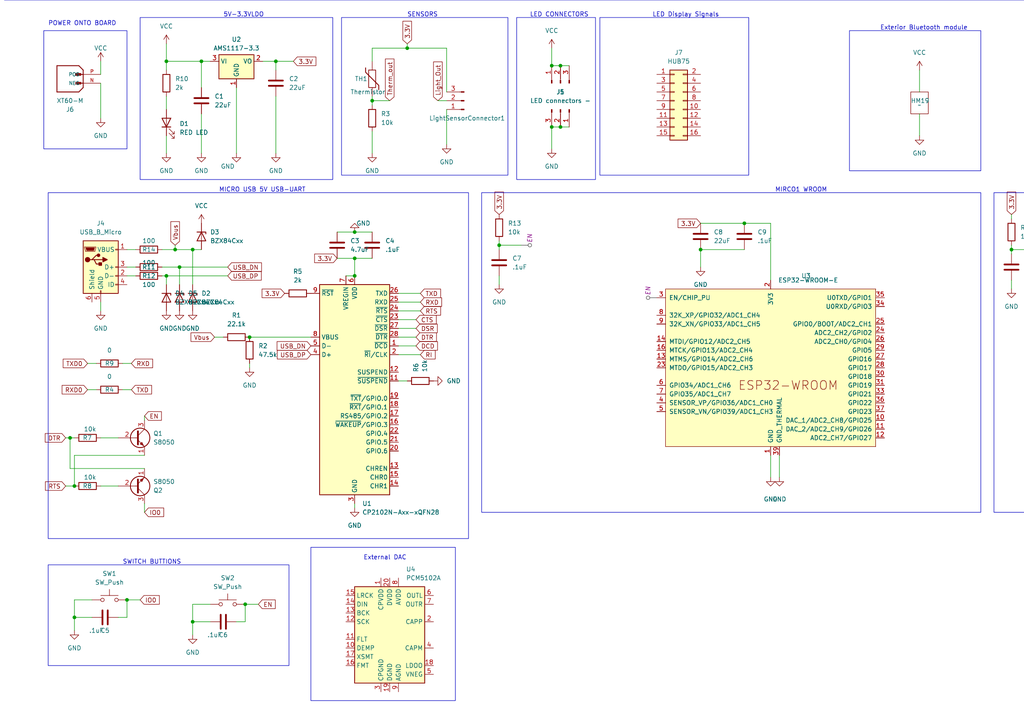
<source format=kicad_sch>
(kicad_sch (version 20230121) (generator eeschema)
  (paper "A4")
  (lib_symbols
    (symbol "Audio:PCM5102A"
      (property "Reference" "U" (at -10.16 13.97 0))
      (property "Value" "PCM5102A" (at 3.81 13.97 0))
      (symbol "PCM5102A_1_1"
        (pin passive line (at -2.54 15.24 270) (length 2.54) (name "CPVDD") (number "1"))
        (pin input line (at -12.7 -5.08 0) (length 2.54) (name "DEMP") (number "10"))
        (pin input line (at -12.7 -2.54 0) (length 2.54) (name "FLT") (number "11"))
        (pin input line (at -12.7 2.54 0) (length 2.54) (name "SCK") (number "12"))
        (pin input line (at -12.7 5.08 0) (length 2.54) (name "BCK") (number "13"))
        (pin input line (at -12.7 7.62 0) (length 2.54) (name "DIN") (number "14"))
        (pin input line (at -12.7 10.16 0) (length 2.54) (name "LRCK") (number "15"))
        (pin input line (at -12.7 -10.16 0) (length 2.54) (name "FMT") (number "16"))
        (pin input line (at -12.7 -7.62 0) (length 2.54) (name "XSMT") (number "17"))
        (pin passive line (at 12.7 -10.16 180) (length 2.54) (name "LDOO") (number "18"))
        (pin power_in line (at 0 -17.78 90) (length 2.54) (name "DGND") (number "19"))
        (pin passive line (at 12.7 2.54 180) (length 2.54) (name "CAPP") (number "2"))
        (pin power_in line (at 0 15.24 270) (length 2.54) (name "DVDD") (number "20"))
        (pin power_in line (at -2.54 -17.78 90) (length 2.54) (name "CPGND") (number "3"))
        (pin passive line (at 12.7 -5.08 180) (length 2.54) (name "CAPM") (number "4"))
        (pin passive line (at 12.7 -12.7 180) (length 2.54) (name "VNEG") (number "5"))
        (pin output line (at 12.7 10.16 180) (length 2.54) (name "OUTL") (number "6"))
        (pin output line (at 12.7 7.62 180) (length 2.54) (name "OUTR") (number "7"))
        (pin power_in line (at 2.54 15.24 270) (length 2.54) (name "AVDD") (number "8"))
        (pin power_in line (at 2.54 -17.78 90) (length 2.54) (name "AGND") (number "9"))
      )
    )
    (symbol "CSD17309Q3_1"
      (property "Reference" "U" (at 0 0 0))
      (symbol "CSD17309Q3_1_1_1"
        (pin input line (at -1.27 2.54 180) (length 2.54) hide (name "S1") (number "1"))
        (pin input line (at -1.27 1.27 180) (length 2.54) hide (name "S2") (number "2"))
        (pin input line (at -1.27 0 180) (length 2.54) hide (name "S3") (number "3"))
        (pin input line (at -1.27 -1.27 180) (length 2.54) hide (name "G") (number "4"))
        (pin input line (at 1.27 2.54 0) (length 2.54) hide (name "D1") (number "5"))
        (pin input line (at 1.27 1.27 0) (length 2.54) hide (name "D2") (number "6"))
        (pin input line (at 1.27 0 0) (length 2.54) hide (name "D3") (number "7"))
        (pin input line (at 1.27 -1.27 0) (length 2.54) hide (name "D4") (number "8"))
      )
    )
    (symbol "CSD17581Q3A:CSD17581Q3A" (pin_names (offset 0.254))
      (property "Reference" "Q" (at 20.32 10.16 0))
      (property "Value" "CSD17581Q3A" (at 20.32 7.62 0))
      (symbol "CSD17581Q3A_0_1"
        (pin unspecified line (at 0 0 0) (length 7.62) (name "SOURCE") (number "1"))
        (pin unspecified line (at 0 -2.54 0) (length 7.62) (name "SOURCE") (number "2"))
        (pin unspecified line (at 0 -5.08 0) (length 7.62) (name "SOURCE") (number "3"))
        (pin unspecified line (at 0 -7.62 0) (length 7.62) (name "GATE") (number "4"))
        (pin unspecified line (at 40.64 -7.62 180) (length 7.62) (name "DRAIN") (number "5"))
        (pin unspecified line (at 40.64 -5.08 180) (length 7.62) (name "DRAIN") (number "6"))
        (pin unspecified line (at 40.64 -2.54 180) (length 7.62) (name "DRAIN") (number "7"))
        (pin unspecified line (at 40.64 0 180) (length 7.62) (name "DRAIN") (number "8"))
        (pin unspecified line (at 40.64 2.54 180) (length 7.62) (name "DRAIN") (number "9"))
      )
    )
    (symbol "Connector:Conn_01x03_Pin" (pin_names (offset 1.016) hide)
      (property "Reference" "J" (at 0 5.08 0))
      (property "Value" "Conn_01x03_Pin" (at 0 -5.08 0))
      (symbol "Conn_01x03_Pin_1_1"
        (pin passive line (at 5.08 2.54 180) (length 3.81) (name "Pin_1") (number "1"))
        (pin passive line (at 5.08 0 180) (length 3.81) (name "Pin_2") (number "2"))
        (pin passive line (at 5.08 -2.54 180) (length 3.81) (name "Pin_3") (number "3"))
      )
    )
    (symbol "Connector:USB_B_Micro" (pin_names (offset 1.016))
      (property "Reference" "J" (at -5.08 11.43 0))
      (property "Value" "USB_B_Micro" (at -5.08 8.89 0))
      (symbol "USB_B_Micro_1_1"
        (pin power_out line (at 7.62 5.08 180) (length 2.54) (name "VBUS") (number "1"))
        (pin bidirectional line (at 7.62 -2.54 180) (length 2.54) (name "D-") (number "2"))
        (pin bidirectional line (at 7.62 0 180) (length 2.54) (name "D+") (number "3"))
        (pin passive line (at 7.62 -5.08 180) (length 2.54) (name "ID") (number "4"))
        (pin power_out line (at 0 -10.16 90) (length 2.54) (name "GND") (number "5"))
        (pin passive line (at -2.54 -10.16 90) (length 2.54) (name "Shield") (number "6"))
      )
    )
    (symbol "Connector_Generic:Conn_01x02" (pin_names (offset 1.016) hide)
      (property "Reference" "J" (at 0 2.54 0))
      (property "Value" "Conn_01x02" (at 0 -5.08 0))
      (symbol "Conn_01x02_1_1"
        (pin passive line (at -5.08 0 0) (length 3.81) (name "Pin_1") (number "1"))
        (pin passive line (at -5.08 -2.54 0) (length 3.81) (name "Pin_2") (number "2"))
      )
    )
    (symbol "Connector_Generic:Conn_02x08_Odd_Even" (pin_names (offset 1.016) hide)
      (property "Reference" "J" (at 1.27 10.16 0))
      (property "Value" "Conn_02x08_Odd_Even" (at 1.27 -12.7 0))
      (symbol "Conn_02x08_Odd_Even_1_1"
        (pin passive line (at -5.08 7.62 0) (length 3.81) (name "Pin_1") (number "1"))
        (pin passive line (at 7.62 -2.54 180) (length 3.81) (name "Pin_10") (number "10"))
        (pin passive line (at -5.08 -5.08 0) (length 3.81) (name "Pin_11") (number "11"))
        (pin passive line (at 7.62 -5.08 180) (length 3.81) (name "Pin_12") (number "12"))
        (pin passive line (at -5.08 -7.62 0) (length 3.81) (name "Pin_13") (number "13"))
        (pin passive line (at 7.62 -7.62 180) (length 3.81) (name "Pin_14") (number "14"))
        (pin passive line (at -5.08 -10.16 0) (length 3.81) (name "Pin_15") (number "15"))
        (pin passive line (at 7.62 -10.16 180) (length 3.81) (name "Pin_16") (number "16"))
        (pin passive line (at 7.62 7.62 180) (length 3.81) (name "Pin_2") (number "2"))
        (pin passive line (at -5.08 5.08 0) (length 3.81) (name "Pin_3") (number "3"))
        (pin passive line (at 7.62 5.08 180) (length 3.81) (name "Pin_4") (number "4"))
        (pin passive line (at -5.08 2.54 0) (length 3.81) (name "Pin_5") (number "5"))
        (pin passive line (at 7.62 2.54 180) (length 3.81) (name "Pin_6") (number "6"))
        (pin passive line (at -5.08 0 0) (length 3.81) (name "Pin_7") (number "7"))
        (pin passive line (at 7.62 0 180) (length 3.81) (name "Pin_8") (number "8"))
        (pin passive line (at -5.08 -2.54 0) (length 3.81) (name "Pin_9") (number "9"))
      )
    )
    (symbol "Custom_Lib:HM19"
      (property "Reference" "U" (at 0 0 0))
      (symbol "HM19_1_1"
        (pin input line (at -2.54 -1.27 180) (length 2.54) hide (name "EN") (number ""))
        (pin input line (at 0 -2.54 270) (length 2.54) hide (name "GND") (number ""))
        (pin input line (at -2.54 1.27 180) (length 2.54) hide (name "RXD") (number ""))
        (pin input line (at -2.54 2.54 180) (length 2.54) hide (name "State") (number ""))
        (pin input line (at -2.54 0 180) (length 2.54) hide (name "TXD") (number ""))
        (pin input line (at 0 3.81 90) (length 2.54) hide (name "VCC") (number ""))
      )
    )
    (symbol "Device:C" (pin_numbers hide) (pin_names (offset 0.254))
      (property "Reference" "C" (at 0.635 2.54 0))
      (property "Value" "C" (at 0.635 -2.54 0))
      (symbol "C_1_1"
        (pin passive line (at 0 3.81 270) (length 2.794) (name "~") (number "1"))
        (pin passive line (at 0 -3.81 90) (length 2.794) (name "~") (number "2"))
      )
    )
    (symbol "Device:C_Polarized_US" (pin_numbers hide) (pin_names (offset 0.254) hide)
      (property "Reference" "C" (at 0.635 2.54 0))
      (property "Value" "C_Polarized_US" (at 0.635 -2.54 0))
      (symbol "C_Polarized_US_1_1"
        (pin passive line (at 0 3.81 270) (length 2.794) (name "~") (number "1"))
        (pin passive line (at 0 -3.81 90) (length 3.302) (name "~") (number "2"))
      )
    )
    (symbol "Device:D_Schottky" (pin_numbers hide) (pin_names (offset 1.016) hide)
      (property "Reference" "D" (at 0 2.54 0))
      (property "Value" "D_Schottky" (at 0 -2.54 0))
      (symbol "D_Schottky_1_1"
        (pin passive line (at -3.81 0 0) (length 2.54) (name "K") (number "1"))
        (pin passive line (at 3.81 0 180) (length 2.54) (name "A") (number "2"))
      )
    )
    (symbol "Device:L" (pin_numbers hide) (pin_names (offset 1.016) hide)
      (property "Reference" "L" (at -1.27 0 90))
      (property "Value" "L" (at 1.905 0 90))
      (symbol "L_1_1"
        (pin passive line (at 0 3.81 270) (length 1.27) (name "1") (number "1"))
        (pin passive line (at 0 -3.81 90) (length 1.27) (name "2") (number "2"))
      )
    )
    (symbol "Device:LED" (pin_numbers hide) (pin_names (offset 1.016) hide)
      (property "Reference" "D" (at 0 2.54 0))
      (property "Value" "LED" (at 0 -2.54 0))
      (symbol "LED_1_1"
        (pin passive line (at -3.81 0 0) (length 2.54) (name "K") (number "1"))
        (pin passive line (at 3.81 0 180) (length 2.54) (name "A") (number "2"))
      )
    )
    (symbol "Device:R" (pin_numbers hide) (pin_names (offset 0))
      (property "Reference" "R" (at 2.032 0 90))
      (property "Value" "R" (at 0 0 90))
      (symbol "R_1_1"
        (pin passive line (at 0 3.81 270) (length 1.27) (name "~") (number "1"))
        (pin passive line (at 0 -3.81 90) (length 1.27) (name "~") (number "2"))
      )
    )
    (symbol "Device:Thermistor" (pin_numbers hide) (pin_names (offset 0))
      (property "Reference" "TH" (at 2.54 1.27 90))
      (property "Value" "Thermistor" (at -2.54 0 90))
      (symbol "Thermistor_1_1"
        (pin passive line (at 0 5.08 270) (length 2.54) (name "~") (number "1"))
        (pin passive line (at 0 -5.08 90) (length 2.54) (name "~") (number "2"))
      )
    )
    (symbol "Diode:BZX84Cxx" (pin_numbers hide) (pin_names hide)
      (property "Reference" "D" (at 0 3.81 0))
      (property "Value" "BZX84Cxx" (at 0 -3.81 0))
      (symbol "BZX84Cxx_1_1"
        (pin passive line (at 3.81 0 180) (length 2.54) (name "A") (number "1"))
        (pin no_connect line (at 1.27 0 180) (length 2.54) hide (name "NC") (number "2"))
        (pin passive line (at -3.81 0 0) (length 2.54) (name "K") (number "3"))
      )
    )
    (symbol "Interface_USB:CP2102N-Axx-xQFN28"
      (property "Reference" "U" (at -8.89 31.75 0))
      (property "Value" "CP2102N-Axx-xQFN28" (at 12.7 31.75 0))
      (symbol "CP2102N-Axx-xQFN28_1_1"
        (pin input line (at 12.7 12.7 180) (length 2.54) (name "~{DCD}") (number "1"))
        (pin no_connect line (at -10.16 -27.94 0) (length 2.54) hide (name "NC") (number "10"))
        (pin output line (at 12.7 2.54 180) (length 2.54) (name "~{SUSPEND}") (number "11"))
        (pin output line (at 12.7 5.08 180) (length 2.54) (name "SUSPEND") (number "12"))
        (pin output line (at 12.7 -22.86 180) (length 2.54) (name "CHREN") (number "13"))
        (pin output line (at 12.7 -27.94 180) (length 2.54) (name "CHR1") (number "14"))
        (pin output line (at 12.7 -25.4 180) (length 2.54) (name "CHR0") (number "15"))
        (pin bidirectional line (at 12.7 -10.16 180) (length 2.54) (name "~{WAKEUP}/GPIO.3") (number "16"))
        (pin bidirectional line (at 12.7 -7.62 180) (length 2.54) (name "RS485/GPIO.2") (number "17"))
        (pin bidirectional line (at 12.7 -5.08 180) (length 2.54) (name "~{RXT}/GPIO.1") (number "18"))
        (pin bidirectional line (at 12.7 -2.54 180) (length 2.54) (name "~{TXT}/GPIO.0") (number "19"))
        (pin bidirectional line (at 12.7 10.16 180) (length 2.54) (name "~{RI}/CLK") (number "2"))
        (pin bidirectional line (at 12.7 -17.78 180) (length 2.54) (name "GPIO.6") (number "20"))
        (pin bidirectional line (at 12.7 -15.24 180) (length 2.54) (name "GPIO.5") (number "21"))
        (pin bidirectional line (at 12.7 -12.7 180) (length 2.54) (name "GPIO.4") (number "22"))
        (pin input line (at 12.7 20.32 180) (length 2.54) (name "~{CTS}") (number "23"))
        (pin output line (at 12.7 22.86 180) (length 2.54) (name "~{RTS}") (number "24"))
        (pin input line (at 12.7 25.4 180) (length 2.54) (name "RXD") (number "25"))
        (pin output line (at 12.7 27.94 180) (length 2.54) (name "TXD") (number "26"))
        (pin input line (at 12.7 17.78 180) (length 2.54) (name "~{DSR}") (number "27"))
        (pin output line (at 12.7 15.24 180) (length 2.54) (name "~{DTR}") (number "28"))
        (pin passive line (at 0 -33.02 90) (length 2.54) hide (name "GND") (number "29"))
        (pin power_in line (at 0 -33.02 90) (length 2.54) (name "GND") (number "3"))
        (pin bidirectional line (at -12.7 10.16 0) (length 2.54) (name "D+") (number "4"))
        (pin bidirectional line (at -12.7 12.7 0) (length 2.54) (name "D-") (number "5"))
        (pin power_in line (at 0 33.02 270) (length 2.54) (name "VDD") (number "6"))
        (pin power_in line (at -2.54 33.02 270) (length 2.54) (name "VREGIN") (number "7"))
        (pin input line (at -12.7 15.24 0) (length 2.54) (name "VBUS") (number "8"))
        (pin input line (at -12.7 27.94 0) (length 2.54) (name "~{RST}") (number "9"))
      )
    )
    (symbol "LM4752TS:LM4752TS" (pin_names (offset 1.016))
      (property "Reference" "U" (at -12.7 16.24 0))
      (property "Value" "LM4752TS" (at -12.7 -19.24 0))
      (symbol "LM4752TS_1_1"
        (text "LM4752" (at 0 0 0) (effects (font (size 1.27 1.27))))
        (pin input line (at 10.16 17.78 0) (length 2.54) (name "Out_B") (number "1"))
        (pin input line (at -11.43 8.89 180) (length 2.54) (name "In_B") (number "2"))
        (pin input line (at 0 20.32 90) (length 2.54) (name "Vcc") (number "3"))
        (pin input line (at 0 -20.32 270) (length 2.54) (name "GND") (number "4"))
        (pin input line (at -11.43 0 180) (length 2.54) (name "Bias") (number "5"))
        (pin input line (at -11.43 -7.62 180) (length 2.54) (name "In_A") (number "6"))
        (pin input line (at 10.16 -16.51 0) (length 2.54) (name "Out_A") (number "7"))
        (pin input line (at -8.89 -20.32 270) (length 2.54) (name "TAB") (number "8"))
      )
    )
    (symbol "LM5122:LM5122MH_NOPB" (pin_names (offset 0.254))
      (property "Reference" "U" (at 0 2.54 0))
      (property "Value" "LM5122MH/NOPB" (at 0 0 0))
      (symbol "LM5122MH_NOPB_0_1"
        (pin output line (at -17.78 -15.24 0) (length 5.08) (name "SYNCOUT") (number "1"))
        (pin input line (at 17.78 2.54 180) (length 5.08) (name "FB") (number "10"))
        (pin output line (at 17.78 5.08 180) (length 5.08) (name "COMP") (number "11"))
        (pin input line (at -17.78 -7.62 0) (length 5.08) (name "SLOPE") (number "12"))
        (pin input line (at 17.78 -7.62 180) (length 5.08) (name "MODE") (number "13"))
        (pin output line (at 17.78 0 180) (length 5.08) (name "RES") (number "14"))
        (pin power_in line (at 17.78 -10.16 180) (length 5.08) (name "PGND") (number "15"))
        (pin power_in line (at 17.78 12.7 180) (length 5.08) (name "LO") (number "16"))
        (pin power_in line (at -17.78 12.7 0) (length 5.08) (name "VCC") (number "17"))
        (pin bidirectional line (at 17.78 17.78 180) (length 5.08) (name "SW") (number "18"))
        (pin power_in line (at 17.78 10.16 180) (length 5.08) (name "HO") (number "19"))
        (pin input line (at 17.78 -15.24 180) (length 5.08) (name "OPT") (number "2"))
        (pin power_in line (at -17.78 17.78 0) (length 5.08) (name "BST") (number "20"))
        (pin power_in line (at 17.78 -17.78 180) (length 5.08) (name "PAD") (number "21"))
        (pin input line (at -17.78 7.62 0) (length 5.08) (name "CSN") (number "3"))
        (pin input line (at -17.78 5.08 0) (length 5.08) (name "CSP") (number "4"))
        (pin power_in line (at -17.78 0 0) (length 5.08) (name "VIN") (number "5"))
        (pin input line (at -17.78 -2.54 0) (length 5.08) (name "UVLO") (number "6"))
        (pin input line (at 17.78 -2.54 180) (length 5.08) (name "SS") (number "7"))
        (pin input line (at -17.78 -12.7 0) (length 5.08) (name "SYNCIN_RT") (number "8"))
        (pin power_in line (at 17.78 -12.7 180) (length 5.08) (name "AGND") (number "9"))
      )
    )
    (symbol "PCM_Espressif:ESP32-WROOM-E" (pin_names (offset 1.016))
      (property "Reference" "U" (at -30.48 27.94 0))
      (property "Value" "ESP32-WROOM-E" (at -30.48 25.4 0))
      (symbol "ESP32-WROOM-E_1_1"
        (text "ESP32-­WROOM­" (at 5.08 -5.08 0) (effects (font (size 2.54 2.54))))
        (pin power_in line (at 0 -25.4 90) (length 2.54) (name "GND") (number "1"))
        (pin bidirectional line (at 33.02 -15.24 180) (length 2.54) (name "DAC_1/ADC2_CH8/GPIO25") (number "10"))
        (pin bidirectional line (at 33.02 -17.78 180) (length 2.54) (name "DAC_2/ADC2_CH9/GPIO26") (number "11"))
        (pin bidirectional line (at 33.02 -20.32 180) (length 2.54) (name "ADC2_CH7/GPIO27") (number "12"))
        (pin bidirectional line (at -33.02 2.54 0) (length 2.54) (name "MTMS/GPIO14/ADC2_CH6") (number "13"))
        (pin bidirectional line (at -33.02 7.62 0) (length 2.54) (name "MTDI/GPIO12/ADC2_CH5") (number "14"))
        (pin passive line (at 0 -25.4 90) (length 2.54) hide (name "GND") (number "15"))
        (pin bidirectional line (at -33.02 5.08 0) (length 2.54) (name "MTCK/GPIO13/ADC2_CH4") (number "16"))
        (pin power_in line (at 0 25.4 270) (length 2.54) (name "3V3") (number "2"))
        (pin bidirectional line (at -33.02 0 0) (length 2.54) (name "MTDO/GPIO15/ADC2_CH3") (number "23"))
        (pin bidirectional line (at 33.02 10.16 180) (length 2.54) (name "ADC2_CH2/GPIO2") (number "24"))
        (pin bidirectional line (at 33.02 12.7 180) (length 2.54) (name "GPIO0/BOOT/ADC2_CH1") (number "25"))
        (pin bidirectional line (at 33.02 7.62 180) (length 2.54) (name "ADC2_CH0/GPIO4") (number "26"))
        (pin bidirectional line (at 33.02 2.54 180) (length 2.54) (name "GPIO16") (number "27"))
        (pin bidirectional line (at 33.02 0 180) (length 2.54) (name "GPIO17") (number "28"))
        (pin bidirectional line (at 33.02 5.08 180) (length 2.54) (name "GPIO5") (number "29"))
        (pin input line (at -33.02 20.32 0) (length 2.54) (name "EN/CHIP_PU") (number "3"))
        (pin bidirectional line (at 33.02 -2.54 180) (length 2.54) (name "GPIO18") (number "30"))
        (pin bidirectional line (at 33.02 -5.08 180) (length 2.54) (name "GPIO19") (number "31"))
        (pin bidirectional line (at 33.02 -7.62 180) (length 2.54) (name "GPIO21") (number "33"))
        (pin bidirectional line (at 33.02 17.78 180) (length 2.54) (name "U0RXD/GPIO3") (number "34"))
        (pin bidirectional line (at 33.02 20.32 180) (length 2.54) (name "U0TXD/GPIO1") (number "35"))
        (pin bidirectional line (at 33.02 -10.16 180) (length 2.54) (name "GPIO22") (number "36"))
        (pin bidirectional line (at 33.02 -12.7 180) (length 2.54) (name "GPIO23") (number "37"))
        (pin passive line (at 0 -25.4 90) (length 2.54) hide (name "GND") (number "38"))
        (pin power_in line (at 2.54 -25.4 90) (length 2.54) (name "GND_THERMAL") (number "39"))
        (pin input line (at -33.02 -10.16 0) (length 2.54) (name "SENSOR_VP/GPIO36/ADC1_CH0") (number "4"))
        (pin input line (at -33.02 -12.7 0) (length 2.54) (name "SENSOR_VN/GPIO39/ADC1_CH3") (number "5"))
        (pin input line (at -33.02 -5.08 0) (length 2.54) (name "GPIO34/ADC1_CH6") (number "6"))
        (pin input line (at -33.02 -7.62 0) (length 2.54) (name "GPIO35/ADC1_CH7") (number "7"))
        (pin bidirectional line (at -33.02 15.24 0) (length 2.54) (name "32K_XP/GPIO32/ADC1_CH4") (number "8"))
        (pin bidirectional line (at -33.02 12.7 0) (length 2.54) (name "32K_XN/GPIO33/ADC1_CH5") (number "9"))
      )
    )
    (symbol "PCM_Espressif:ESP32-WROVER-E" (pin_names (offset 1.016))
      (property "Reference" "U" (at -30.48 25.4 0))
      (property "Value" "ESP32-WROVER-E" (at -30.48 22.86 0))
      (symbol "ESP32-WROVER-E_1_1"
        (text "ESP32-­WROVER" (at 7.62 0 0) (effects (font (size 2.54 2.54))))
        (pin power_in line (at 0 -22.86 90) (length 2.54) (name "GND") (number "1"))
        (pin bidirectional line (at 35.56 -12.7 180) (length 2.54) (name "DAC_1/ADC2_CH8/GPIO25") (number "10"))
        (pin bidirectional line (at 35.56 -15.24 180) (length 2.54) (name "DAC_2/ADC2_CH9/GPIO26") (number "11"))
        (pin bidirectional line (at 35.56 -17.78 180) (length 2.54) (name "ADC2_CH7/GPIO27") (number "12"))
        (pin bidirectional line (at -35.56 0 0) (length 2.54) (name "MTMS/GPIO14/ADC2_CH6") (number "13"))
        (pin bidirectional line (at -35.56 5.08 0) (length 2.54) (name "MTDI/GPIO12/ADC2_CH5") (number "14"))
        (pin passive line (at 0 -22.86 90) (length 2.54) hide (name "GND") (number "15"))
        (pin bidirectional line (at -35.56 2.54 0) (length 2.54) (name "MTCK/GPIO13/ADC2_CH4") (number "16"))
        (pin power_in line (at 0 22.86 270) (length 2.54) (name "3V3") (number "2"))
        (pin bidirectional line (at -35.56 -2.54 0) (length 2.54) (name "MTDO/GPIO15/ADC2_CH3") (number "23"))
        (pin bidirectional line (at 35.56 7.62 180) (length 2.54) (name "ADC2_CH2/GPIO2") (number "24"))
        (pin bidirectional line (at 35.56 10.16 180) (length 2.54) (name "GPIO0/BOOT/ADC2_CH1") (number "25"))
        (pin bidirectional line (at 35.56 5.08 180) (length 2.54) (name "ADC2_CH0/GPIO4") (number "26"))
        (pin bidirectional line (at 35.56 2.54 180) (length 2.54) (name "GPIO5") (number "29"))
        (pin input line (at -35.56 17.78 0) (length 2.54) (name "EN/CHIP_PU") (number "3"))
        (pin bidirectional line (at 35.56 0 180) (length 2.54) (name "GPIO18") (number "30"))
        (pin bidirectional line (at 35.56 -2.54 180) (length 2.54) (name "GPIO19") (number "31"))
        (pin bidirectional line (at 35.56 -5.08 180) (length 2.54) (name "GPIO21") (number "33"))
        (pin bidirectional line (at 35.56 15.24 180) (length 2.54) (name "U0RXD/GPIO3") (number "34"))
        (pin bidirectional line (at 35.56 17.78 180) (length 2.54) (name "U0TXD/GPIO1") (number "35"))
        (pin bidirectional line (at 35.56 -7.62 180) (length 2.54) (name "GPIO22") (number "36"))
        (pin bidirectional line (at 35.56 -10.16 180) (length 2.54) (name "GPIO23") (number "37"))
        (pin passive line (at 0 -22.86 90) (length 2.54) hide (name "GND") (number "38"))
        (pin power_in line (at 2.54 -22.86 90) (length 2.54) (name "GND_THERMAL") (number "39"))
        (pin input line (at -35.56 -12.7 0) (length 2.54) (name "SENSOR_VP/GPIO36/ADC1_CH0") (number "4"))
        (pin input line (at -35.56 -15.24 0) (length 2.54) (name "SENSOR_VN/GPIO39/ADC1_CH3") (number "5"))
        (pin input line (at -35.56 -7.62 0) (length 2.54) (name "GPIO34/ADC1_CH6") (number "6"))
        (pin input line (at -35.56 -10.16 0) (length 2.54) (name "GPIO35/ADC1_CH7") (number "7"))
        (pin bidirectional line (at -35.56 12.7 0) (length 2.54) (name "32K_XP/GPIO32/ADC1_CH4") (number "8"))
        (pin bidirectional line (at -35.56 10.16 0) (length 2.54) (name "32K_XN/GPIO33/ADC1_CH5") (number "9"))
      )
    )
    (symbol "Regulator_Linear:AMS1117-3.3"
      (property "Reference" "U" (at -3.81 3.175 0))
      (property "Value" "AMS1117-3.3" (at 0 3.175 0))
      (symbol "AMS1117-3.3_1_1"
        (pin power_in line (at 0 -7.62 90) (length 2.54) (name "GND") (number "1"))
        (pin power_out line (at 7.62 0 180) (length 2.54) (name "VO") (number "2"))
        (pin power_in line (at -7.62 0 0) (length 2.54) (name "VI") (number "3"))
      )
    )
    (symbol "Switch:SW_Push" (pin_numbers hide) (pin_names (offset 1.016) hide)
      (property "Reference" "SW" (at 1.27 2.54 0))
      (property "Value" "SW_Push" (at 0 -1.524 0))
      (symbol "SW_Push_0_1"
        (pin passive line (at -5.08 0 0) (length 2.54) (name "1") (number "1"))
        (pin passive line (at 5.08 0 180) (length 2.54) (name "2") (number "2"))
      )
    )
    (symbol "Transistor_BJT:S8050" (pin_names (offset 0) hide)
      (property "Reference" "Q" (at 5.08 1.905 0))
      (property "Value" "S8050" (at 5.08 0 0))
      (symbol "S8050_1_1"
        (pin passive line (at 2.54 -5.08 90) (length 2.54) (name "E") (number "1"))
        (pin input line (at -5.08 0 0) (length 5.08) (name "B") (number "2"))
        (pin passive line (at 2.54 5.08 270) (length 2.54) (name "C") (number "3"))
      )
    )
    (symbol "XT60-M:XT60-M" (pin_names (offset 1.016))
      (property "Reference" "J" (at 0 6.35 0))
      (property "Value" "XT60-M" (at 0 -5.08 0))
      (symbol "XT60-M_0_0"
        (pin passive line (at -5.08 0 0) (length 5.08) (name "NEG") (number "N"))
        (pin passive line (at -5.08 2.54 0) (length 5.08) (name "POS") (number "P"))
      )
    )
    (symbol "power:GND" (power) (pin_names (offset 0))
      (property "Value" "GND" (at 0 -3.81 0))
      (symbol "GND_1_1"
        (pin power_in line (at 0 0 270) (length 0) hide (name "GND") (number "1"))
      )
    )
    (symbol "power:VCC" (power) (pin_names (offset 0))
      (property "Value" "VCC" (at 0 3.81 0))
      (symbol "VCC_1_1"
        (pin power_in line (at 0 0 90) (length 0) hide (name "VCC") (number "1"))
      )
    )
  )
  (junction (at 55.88 180.34))
  (junction (at 80.01 17.78))
  (junction (at 119.38 -64.77))
  (junction (at 162.56 19.05))
  (junction (at 34.29 -74.93))
  (junction (at 27.94 -10.16))
  (junction (at 102.87 80.01))
  (junction (at 20.32 127))
  (junction (at 114.3 -66.04))
  (junction (at 172.72 -39.37))
  (junction (at 184.15 -10.16))
  (junction (at 102.87 67.31))
  (junction (at 168.91 -74.93))
  (junction (at 55.88 72.39))
  (junction (at 71.12 175.26))
  (junction (at 21.59 179.07))
  (junction (at 41.91 -62.23))
  (junction (at 255.27 -63.5))
  (junction (at 140.97 -39.37))
  (junction (at 116.84 -10.16))
  (junction (at 344.17 74.93))
  (junction (at 255.27 -29.21))
  (junction (at 144.78 71.12))
  (junction (at 111.76 -10.16))
  (junction (at 124.46 -43.18))
  (junction (at 240.03 -74.93))
  (junction (at 34.29 -10.16))
  (junction (at 119.38 -66.04))
  (junction (at 34.29 -34.29))
  (junction (at 196.85 -74.93))
  (junction (at 124.46 -10.16))
  (junction (at 196.85 -10.16))
  (junction (at 50.8 72.39))
  (junction (at 114.3 -64.77))
  (junction (at 109.22 -10.16))
  (junction (at 41.91 -54.61))
  (junction (at 48.26 80.01))
  (junction (at 215.9 64.77))
  (junction (at 293.37 72.39))
  (junction (at 72.39 97.79))
  (junction (at 41.91 -10.16))
  (junction (at 184.15 -74.93))
  (junction (at 21.59 140.97))
  (junction (at 48.26 17.78))
  (junction (at 52.07 77.47))
  (junction (at 128.27 -69.85))
  (junction (at 160.02 36.83))
  (junction (at 74.93 -69.85))
  (junction (at 114.3 -10.16))
  (junction (at 36.83 173.99))
  (junction (at 52.07 -74.93))
  (junction (at 27.94 -74.93))
  (junction (at 168.91 -67.31))
  (junction (at 58.42 17.78))
  (junction (at 356.87 67.31))
  (junction (at 41.91 -74.93))
  (junction (at 119.38 -67.31))
  (junction (at 83.82 -69.85))
  (junction (at 109.22 -74.93))
  (junction (at 162.56 36.83))
  (junction (at 119.38 -74.93))
  (junction (at 118.11 13.97))
  (junction (at 107.95 29.21))
  (junction (at 172.72 -74.93))
  (junction (at 172.72 -10.16))
  (junction (at 109.22 -69.85))
  (junction (at 160.02 19.05))
  (junction (at 102.87 74.93))
  (junction (at 203.2 72.39))
  (junction (at 62.23 -74.93))
  (junction (at 168.91 -72.39))
  (junction (at 140.97 -43.18))
  (junction (at 120.65 -10.16))
  (junction (at 48.26 -10.16))
  (junction (at 128.27 -72.39))
  (junction (at 168.91 -69.85))
  (wire (pts (xy 46.99 77.47) (xy 52.07 77.47)))
  (wire (pts (xy 220.98 -38.1) (xy 228.6 -38.1)))
  (wire (pts (xy 76.2 17.78) (xy 80.01 17.78)))
  (wire (pts (xy 100.33 80.01) (xy 102.87 80.01)))
  (wire (pts (xy 168.91 -67.31) (xy 168.91 -64.77)))
  (wire (pts (xy 62.23 -44.45) (xy 62.23 -74.93)))
  (wire (pts (xy 203.2 72.39) (xy 215.9 72.39)))
  (wire (pts (xy 220.98 -54.61) (xy 228.6 -54.61)))
  (wire (pts (xy 109.22 -74.93) (xy 88.9 -74.93)))
  (wire (pts (xy 255.27 -29.21) (xy 260.35 -29.21)))
  (wire (pts (xy 46.99 72.39) (xy 50.8 72.39)))
  (wire (pts (xy 20.32 135.89) (xy 41.91 135.89)))
  (wire (pts (xy 74.93 -69.85) (xy 74.93 -64.77)))
  (wire (pts (xy 128.27 -74.93) (xy 128.27 -72.39)))
  (wire (pts (xy 52.07 -74.93) (xy 53.34 -74.93)))
  (wire (pts (xy 74.93 -69.85) (xy 76.2 -69.85)))
  (wire (pts (xy 160.02 13.97) (xy 160.02 19.05)))
  (wire (pts (xy 41.91 -16.51) (xy 41.91 -10.16)))
  (wire (pts (xy 172.72 -21.59) (xy 172.72 -10.16)))
  (wire (pts (xy 35.56 105.41) (xy 38.1 105.41)))
  (wire (pts (xy 35.56 113.03) (xy 38.1 113.03)))
  (wire (pts (xy 52.07 77.47) (xy 66.04 77.47)))
  (wire (pts (xy 119.38 -74.93) (xy 119.38 -67.31)))
  (wire (pts (xy 115.57 92.71) (xy 120.65 92.71)))
  (wire (pts (xy 19.05 140.97) (xy 21.59 140.97)))
  (wire (pts (xy 364.49 130.81) (xy 364.49 137.16)))
  (wire (pts (xy 48.26 17.78) (xy 48.26 20.32)))
  (wire (pts (xy 26.67 173.99) (xy 21.59 173.99)))
  (wire (pts (xy 184.15 -74.93) (xy 184.15 -49.53)))
  (wire (pts (xy 104.14 -29.21) (xy 116.84 -29.21)))
  (wire (pts (xy 118.11 13.97) (xy 129.54 13.97)))
  (wire (pts (xy 160.02 36.83) (xy 162.56 36.83)))
  (wire (pts (xy 29.21 17.78) (xy 29.21 21.59)))
  (wire (pts (xy 114.3 -67.31) (xy 114.3 -66.04)))
  (wire (pts (xy 293.37 71.12) (xy 293.37 72.39)))
  (wire (pts (xy 68.58 -44.45) (xy 62.23 -44.45)))
  (wire (pts (xy 116.84 -29.21) (xy 116.84 -10.16)))
  (wire (pts (xy 36.83 72.39) (xy 39.37 72.39)))
  (wire (pts (xy 255.27 -74.93) (xy 256.54 -74.93)))
  (wire (pts (xy 118.11 -66.04) (xy 119.38 -66.04)))
  (wire (pts (xy 215.9 64.77) (xy 223.52 64.77)))
  (wire (pts (xy 27.94 -10.16) (xy 34.29 -10.16)))
  (wire (pts (xy 110.49 -49.53) (xy 110.49 -63.5)))
  (wire (pts (xy 58.42 72.39) (xy 55.88 72.39)))
  (wire (pts (xy 118.11 -67.31) (xy 119.38 -67.31)))
  (wire (pts (xy 83.82 -69.85) (xy 92.71 -69.85)))
  (wire (pts (xy 115.57 -67.31) (xy 114.3 -67.31)))
  (wire (pts (xy 114.3 -64.77) (xy 115.57 -64.77)))
  (wire (pts (xy 34.29 -34.29) (xy 68.58 -34.29)))
  (wire (pts (xy 115.57 110.49) (xy 118.11 110.49)))
  (wire (pts (xy 27.94 -74.93) (xy 34.29 -74.93)))
  (wire (pts (xy 34.29 -60.96) (xy 34.29 -34.29)))
  (wire (pts (xy 119.38 -64.77) (xy 119.38 -63.5)))
  (wire (pts (xy 27.94 -77.47) (xy 27.94 -74.93)))
  (wire (pts (xy 107.95 27.94) (xy 107.95 29.21)))
  (wire (pts (xy 27.94 -44.45) (xy 27.94 -10.16)))
  (wire (pts (xy 62.23 97.79) (xy 64.77 97.79)))
  (wire (pts (xy 172.72 -54.61) (xy 172.72 -39.37)))
  (wire (pts (xy 255.27 -17.78) (xy 255.27 -19.05)))
  (wire (pts (xy 48.26 -24.13) (xy 68.58 -24.13)))
  (wire (pts (xy 97.79 74.93) (xy 102.87 74.93)))
  (wire (pts (xy 48.26 39.37) (xy 48.26 44.45)))
  (wire (pts (xy 267.97 -17.78) (xy 267.97 -11.43)))
  (wire (pts (xy 102.87 74.93) (xy 102.87 80.01)))
  (wire (pts (xy 104.14 -49.53) (xy 110.49 -49.53)))
  (wire (pts (xy 48.26 27.94) (xy 48.26 31.75)))
  (wire (pts (xy 116.84 -10.16) (xy 120.65 -10.16)))
  (wire (pts (xy 34.29 -74.93) (xy 41.91 -74.93)))
  (wire (pts (xy 114.3 -10.16) (xy 116.84 -10.16)))
  (wire (pts (xy 36.83 173.99) (xy 40.64 173.99)))
  (wire (pts (xy 109.22 -69.85) (xy 109.22 -74.93)))
  (wire (pts (xy 48.26 12.7) (xy 48.26 17.78)))
  (wire (pts (xy 250.19 -63.5) (xy 255.27 -63.5)))
  (wire (pts (xy 21.59 179.07) (xy 21.59 182.88)))
  (wire (pts (xy 115.57 100.33) (xy 120.65 100.33)))
  (wire (pts (xy 223.52 132.08) (xy 223.52 138.43)))
  (wire (pts (xy 104.14 -46.99) (xy 121.92 -46.99)))
  (wire (pts (xy 68.58 -62.23) (xy 68.58 -54.61)))
  (wire (pts (xy 41.91 -74.93) (xy 52.07 -74.93)))
  (wire (pts (xy 209.55 -54.61) (xy 213.36 -54.61)))
  (wire (pts (xy 41.91 120.65) (xy 41.91 121.92)))
  (wire (pts (xy 119.38 -67.31) (xy 119.38 -66.04)))
  (wire (pts (xy 168.91 -74.93) (xy 172.72 -74.93)))
  (wire (pts (xy 21.59 179.07) (xy 26.67 179.07)))
  (wire (pts (xy 80.01 17.78) (xy 85.09 17.78)))
  (wire (pts (xy 104.14 -24.13) (xy 111.76 -24.13)))
  (wire (pts (xy 172.72 -39.37) (xy 172.72 -29.21)))
  (wire (pts (xy 48.26 80.01) (xy 66.04 80.01)))
  (wire (pts (xy 100.33 -69.85) (xy 109.22 -69.85)))
  (wire (pts (xy 68.58 -36.83) (xy 49.53 -36.83)))
  (wire (pts (xy 27.94 -74.93) (xy 27.94 -52.07)))
  (wire (pts (xy 250.19 -29.21) (xy 255.27 -29.21)))
  (wire (pts (xy 36.83 77.47) (xy 39.37 77.47)))
  (wire (pts (xy 115.57 85.09) (xy 121.92 85.09)))
  (wire (pts (xy 50.8 72.39) (xy 55.88 72.39)))
  (wire (pts (xy 34.29 179.07) (xy 36.83 179.07)))
  (wire (pts (xy 127 29.21) (xy 129.54 29.21)))
  (wire (pts (xy 121.92 -64.77) (xy 121.92 -46.99)))
  (wire (pts (xy 168.91 -69.85) (xy 168.91 -67.31)))
  (wire (pts (xy 267.97 -53.34) (xy 267.97 -45.72)))
  (wire (pts (xy 80.01 17.78) (xy 80.01 20.32)))
  (wire (pts (xy 160.02 19.05) (xy 162.56 19.05)))
  (wire (pts (xy 255.27 -63.5) (xy 260.35 -63.5)))
  (wire (pts (xy 107.95 38.1) (xy 107.95 44.45)))
  (wire (pts (xy 184.15 -41.91) (xy 184.15 -10.16)))
  (wire (pts (xy 162.56 36.83) (xy 165.1 36.83)))
  (wire (pts (xy 104.14 -54.61) (xy 109.22 -54.61)))
  (wire (pts (xy 21.59 140.97) (xy 21.59 132.08)))
  (wire (pts (xy 68.58 -62.23) (xy 83.82 -62.23)))
  (wire (pts (xy 67.31 -49.53) (xy 67.31 -64.77)))
  (wire (pts (xy 267.97 -63.5) (xy 267.97 -55.88)))
  (wire (pts (xy 50.8 71.12) (xy 50.8 72.39)))
  (wire (pts (xy 172.72 -10.16) (xy 184.15 -10.16)))
  (wire (pts (xy 55.88 180.34) (xy 60.96 180.34)))
  (wire (pts (xy 140.97 -50.8) (xy 140.97 -43.18)))
  (wire (pts (xy 72.39 105.41) (xy 72.39 106.68)))
  (wire (pts (xy 60.96 175.26) (xy 55.88 175.26)))
  (wire (pts (xy 160.02 36.83) (xy 160.02 43.18)))
  (wire (pts (xy 109.22 -21.59) (xy 109.22 -10.16)))
  (wire (pts (xy 48.26 -10.16) (xy 109.22 -10.16)))
  (wire (pts (xy 109.22 -74.93) (xy 119.38 -74.93)))
  (wire (pts (xy 115.57 87.63) (xy 121.92 87.63)))
  (wire (pts (xy 110.49 -63.5) (xy 115.57 -63.5)))
  (wire (pts (xy 109.22 -10.16) (xy 111.76 -10.16)))
  (wire (pts (xy 97.79 67.31) (xy 102.87 67.31)))
  (wire (pts (xy 115.57 102.87) (xy 121.92 102.87)))
  (wire (pts (xy 20.32 127) (xy 21.59 127)))
  (wire (pts (xy 124.46 -50.8) (xy 133.35 -50.8)))
  (wire (pts (xy 266.7 33.02) (xy 266.7 39.37)))
  (wire (pts (xy 80.01 27.94) (xy 80.01 44.45)))
  (wire (pts (xy 356.87 67.31) (xy 364.49 67.31)))
  (wire (pts (xy 41.91 -64.77) (xy 41.91 -62.23)))
  (wire (pts (xy 114.3 -64.77) (xy 114.3 -55.88)))
  (wire (pts (xy 52.07 -41.91) (xy 52.07 -74.93)))
  (wire (pts (xy 104.14 -34.29) (xy 120.65 -34.29)))
  (wire (pts (xy 124.46 -10.16) (xy 172.72 -10.16)))
  (wire (pts (xy 118.11 12.7) (xy 118.11 13.97)))
  (wire (pts (xy 144.78 71.12) (xy 151.13 71.12)))
  (wire (pts (xy 41.91 -72.39) (xy 41.91 -74.93)))
  (wire (pts (xy 104.14 -39.37) (xy 140.97 -39.37)))
  (wire (pts (xy 21.59 173.99) (xy 21.59 179.07)))
  (wire (pts (xy 58.42 33.02) (xy 58.42 44.45)))
  (wire (pts (xy 114.3 -26.67) (xy 114.3 -10.16)))
  (wire (pts (xy 129.54 13.97) (xy 129.54 26.67)))
  (wire (pts (xy 71.12 175.26) (xy 74.93 175.26)))
  (wire (pts (xy 196.85 -74.93) (xy 240.03 -74.93)))
  (wire (pts (xy 34.29 -16.51) (xy 34.29 -10.16)))
  (wire (pts (xy 240.03 -10.16) (xy 196.85 -10.16)))
  (wire (pts (xy 255.27 -63.5) (xy 255.27 -60.96)))
  (wire (pts (xy 29.21 24.13) (xy 29.21 34.29)))
  (wire (pts (xy 144.78 80.01) (xy 144.78 82.55)))
  (wire (pts (xy 220.98 -45.72) (xy 228.6 -45.72)))
  (wire (pts (xy 21.59 132.08) (xy 41.91 132.08)))
  (wire (pts (xy 102.87 146.05) (xy 102.87 147.32)))
  (wire (pts (xy 41.91 -29.21) (xy 41.91 -24.13)))
  (wire (pts (xy 196.85 -41.91) (xy 196.85 -10.16)))
  (wire (pts (xy 121.92 -64.77) (xy 128.27 -64.77)))
  (wire (pts (xy 68.58 180.34) (xy 71.12 180.34)))
  (wire (pts (xy 119.38 -74.93) (xy 128.27 -74.93)))
  (wire (pts (xy 41.91 146.05) (xy 41.91 148.59)))
  (wire (pts (xy 52.07 77.47) (xy 52.07 82.55)))
  (wire (pts (xy 124.46 -41.91) (xy 124.46 -43.18)))
  (wire (pts (xy 120.65 -10.16) (xy 124.46 -10.16)))
  (wire (pts (xy 119.38 -66.04) (xy 119.38 -64.77)))
  (wire (pts (xy 48.26 -24.13) (xy 48.26 -19.05)))
  (wire (pts (xy 60.96 -74.93) (xy 62.23 -74.93)))
  (wire (pts (xy 115.57 90.17) (xy 121.92 90.17)))
  (wire (pts (xy 29.21 127) (xy 34.29 127)))
  (wire (pts (xy 46.99 80.01) (xy 48.26 80.01)))
  (wire (pts (xy 267.97 -29.21) (xy 267.97 -20.32)))
  (wire (pts (xy 364.49 67.31) (xy 364.49 85.09)))
  (wire (pts (xy 111.76 -24.13) (xy 111.76 -10.16)))
  (wire (pts (xy 67.31 -69.85) (xy 67.31 -68.58)))
  (wire (pts (xy 102.87 74.93) (xy 107.95 74.93)))
  (wire (pts (xy 36.83 80.01) (xy 39.37 80.01)))
  (wire (pts (xy 240.03 -74.93) (xy 240.03 -66.04)))
  (wire (pts (xy 203.2 64.77) (xy 215.9 64.77)))
  (wire (pts (xy 293.37 72.39) (xy 293.37 73.66)))
  (wire (pts (xy 114.3 -55.88) (xy 118.11 -55.88)))
  (wire (pts (xy 109.22 -69.85) (xy 109.22 -54.61)))
  (wire (pts (xy 41.91 -62.23) (xy 49.53 -62.23)))
  (wire (pts (xy 49.53 -62.23) (xy 49.53 -36.83)))
  (wire (pts (xy 172.72 -74.93) (xy 184.15 -74.93)))
  (wire (pts (xy 41.91 -10.16) (xy 48.26 -10.16)))
  (wire (pts (xy 162.56 19.05) (xy 165.1 19.05)))
  (wire (pts (xy 104.14 -26.67) (xy 114.3 -26.67)))
  (wire (pts (xy 140.97 -43.18) (xy 140.97 -39.37)))
  (wire (pts (xy 255.27 -29.21) (xy 255.27 -26.67)))
  (wire (pts (xy 168.91 -74.93) (xy 168.91 -72.39)))
  (wire (pts (xy 124.46 -50.8) (xy 124.46 -43.18)))
  (wire (pts (xy 114.3 -66.04) (xy 114.3 -64.77)))
  (wire (pts (xy 128.27 -72.39) (xy 128.27 -69.85)))
  (wire (pts (xy 118.11 -63.5) (xy 119.38 -63.5)))
  (wire (pts (xy 207.01 -38.1) (xy 213.36 -38.1)))
  (wire (pts (xy 129.54 31.75) (xy 129.54 41.91)))
  (wire (pts (xy 48.26 80.01) (xy 48.26 82.55)))
  (wire (pts (xy 293.37 72.39) (xy 299.72 72.39)))
  (wire (pts (xy 71.12 180.34) (xy 71.12 175.26)))
  (wire (pts (xy 68.58 25.4) (xy 68.58 44.45)))
  (wire (pts (xy 120.65 -19.05) (xy 120.65 -10.16)))
  (wire (pts (xy 55.88 175.26) (xy 55.88 180.34)))
  (wire (pts (xy 115.57 97.79) (xy 120.65 97.79)))
  (wire (pts (xy 344.17 74.93) (xy 344.17 80.01)))
  (wire (pts (xy 226.06 132.08) (xy 226.06 138.43)))
  (wire (pts (xy 34.29 -10.16) (xy 41.91 -10.16)))
  (wire (pts (xy 102.87 67.31) (xy 107.95 67.31)))
  (wire (pts (xy 104.14 -21.59) (xy 109.22 -21.59)))
  (wire (pts (xy 144.78 69.85) (xy 144.78 71.12)))
  (wire (pts (xy 293.37 63.5) (xy 293.37 62.23)))
  (wire (pts (xy 48.26 17.78) (xy 58.42 17.78)))
  (wire (pts (xy 140.97 -39.37) (xy 172.72 -39.37)))
  (wire (pts (xy 293.37 81.28) (xy 293.37 83.82)))
  (wire (pts (xy 240.03 -25.4) (xy 240.03 -10.16)))
  (wire (pts (xy 144.78 71.12) (xy 144.78 72.39)))
  (wire (pts (xy 168.91 -72.39) (xy 168.91 -69.85)))
  (wire (pts (xy 115.57 95.25) (xy 120.65 95.25)))
  (wire (pts (xy 48.26 -11.43) (xy 48.26 -10.16)))
  (wire (pts (xy 25.4 113.03) (xy 27.94 113.03)))
  (wire (pts (xy 68.58 -49.53) (xy 67.31 -49.53)))
  (wire (pts (xy 19.05 127) (xy 20.32 127)))
  (wire (pts (xy 111.76 -10.16) (xy 114.3 -10.16)))
  (wire (pts (xy 104.14 -36.83) (xy 124.46 -36.83)))
  (wire (pts (xy 40.64 -54.61) (xy 41.91 -54.61)))
  (wire (pts (xy 55.88 72.39) (xy 55.88 82.55)))
  (wire (pts (xy 344.17 67.31) (xy 356.87 67.31)))
  (wire (pts (xy 83.82 -62.23) (xy 83.82 -69.85)))
  (wire (pts (xy 128.27 -69.85) (xy 128.27 -67.31)))
  (wire (pts (xy 58.42 17.78) (xy 58.42 25.4)))
  (wire (pts (xy 266.7 20.32) (xy 266.7 26.67)))
  (wire (pts (xy 55.88 180.34) (xy 55.88 184.15)))
  (wire (pts (xy 58.42 17.78) (xy 60.96 17.78)))
  (wire (pts (xy 68.58 -41.91) (xy 52.07 -41.91)))
  (wire (pts (xy 118.11 -64.77) (xy 119.38 -64.77)))
  (wire (pts (xy 26.67 -10.16) (xy 27.94 -10.16)))
  (wire (pts (xy 107.95 29.21) (xy 113.03 29.21)))
  (wire (pts (xy 29.21 140.97) (xy 34.29 140.97)))
  (wire (pts (xy 104.14 -41.91) (xy 124.46 -41.91)))
  (wire (pts (xy 184.15 -10.16) (xy 196.85 -10.16)))
  (wire (pts (xy 223.52 64.77) (xy 223.52 81.28)))
  (wire (pts (xy 344.17 74.93) (xy 356.87 74.93)))
  (wire (pts (xy 107.95 29.21) (xy 107.95 30.48)))
  (wire (pts (xy 62.23 -74.93) (xy 81.28 -74.93)))
  (wire (pts (xy 107.95 13.97) (xy 118.11 13.97)))
  (wire (pts (xy 36.83 179.07) (xy 36.83 173.99)))
  (wire (pts (xy 203.2 72.39) (xy 203.2 77.47)))
  (wire (pts (xy 184.15 -74.93) (xy 196.85 -74.93)))
  (wire (pts (xy 196.85 -74.93) (xy 196.85 -49.53)))
  (wire (pts (xy 41.91 -29.21) (xy 68.58 -29.21)))
  (wire (pts (xy 72.39 97.79) (xy 90.17 97.79)))
  (wire (pts (xy 124.46 -36.83) (xy 124.46 -35.56)))
  (wire (pts (xy 367.03 130.81) (xy 367.03 137.16)))
  (wire (pts (xy 124.46 -27.94) (xy 124.46 -10.16)))
  (wire (pts (xy 34.29 -34.29) (xy 34.29 -24.13)))
  (wire (pts (xy 140.97 -43.18) (xy 139.7 -43.18)))
  (wire (pts (xy 67.31 -64.77) (xy 74.93 -64.77)))
  (wire (pts (xy 107.95 13.97) (xy 107.95 17.78)))
  (wire (pts (xy 114.3 -66.04) (xy 115.57 -66.04)))
  (wire (pts (xy 25.4 105.41) (xy 27.94 105.41)))
  (wire (pts (xy 34.29 -74.93) (xy 34.29 -68.58)))
  (wire (pts (xy 120.65 -34.29) (xy 120.65 -26.67)))
  (wire (pts (xy 29.21 87.63) (xy 29.21 90.17)))
  (wire (pts (xy 20.32 127) (xy 20.32 135.89)))
  (wire (pts (xy 172.72 -74.93) (xy 172.72 -62.23)))
  (rectangle (start 139.7 55.88) (end 284.48 148.59))
  (rectangle (start 40.64 5.08) (end 96.52 52.07))
  (rectangle (start 13.97 163.83) (end 83.82 193.04))
  (rectangle (start 173.99 5.08) (end 217.17 50.8))
  (rectangle (start 12.7 8.89) (end 36.83 43.18))
  (rectangle (start 13.97 55.88) (end 135.89 156.21))
  (rectangle (start 99.06 5.08) (end 147.32 50.8))
  (rectangle (start 246.38 8.89) (end 284.48 49.53))
  (rectangle (start 90.17 158.75) (end 132.08 203.2))
  (rectangle (start 288.29 55.88) (end 433.07 148.59))
  (rectangle (start 149.86 5.08) (end 172.72 52.07))
  (rectangle (start 1.27 -87.63) (end 300.99 0))
  (text "SWITCH BUTTIONS" (at 35.56 163.83 0) (effects (font (size 1.27 1.27)) (justify left bottom)))
  (text "POWER ONTO BOARD" (at 13.97 7.62 0) (effects (font (size 1.27 1.27)) (justify left bottom)))
  (text "Exterior Bluetooth module" (at 255.27 8.89 0) (effects (font (size 1.27 1.27)) (justify left bottom)))
  (text "MICRO USB 5V USB-UART" (at 63.5 55.88 0) (effects (font (size 1.27 1.27)) (justify left bottom)))
  (text "MIRCO1 WROOM" (at 224.79 55.88 0) (effects (font (size 1.27 1.27)) (justify left bottom)))
  (text "LED Display Signals" (at 189.23 5.08 0) (effects (font (size 1.27 1.27)) (justify left bottom)))
  (text "Boost and Audio Converter\n" (at 52.07 -93.98 0) (effects (font (size 1.27 1.27)) (justify left bottom)))
  (text "5V-3.3VLDO" (at 64.77 5.08 0) (effects (font (size 1.27 1.27)) (justify left bottom)))
  (text "SENSORS" (at 118.11 5.08 0) (effects (font (size 1.27 1.27)) (justify left bottom)))
  (text "MIRCO1 WROVER" (at 351.79 54.61 0) (effects (font (size 1.27 1.27)) (justify left bottom)))
  (text "External DAC" (at 105.41 162.56 0) (effects (font (size 1.27 1.27)) (justify left bottom)))
  (text "LED CONNECTORS" (at 153.67 5.08 0) (effects (font (size 1.27 1.27)) (justify left bottom)))
  (global_label "RTS" (shape input) (at 19.05 140.97 180) (property "Intersheetrefs" "${INTERSHEET_REFS}" (effects hide)))
  (global_label "TXD" (shape input) (at 38.1 113.03 0) (property "Intersheetrefs" "${INTERSHEET_REFS}" (effects hide)))
  (global_label "USB_DP" (shape input) (at 66.04 80.01 0) (property "Intersheetrefs" "${INTERSHEET_REFS}" (effects hide)))
  (global_label "3.3V" (shape input) (at 144.78 62.23 90) (property "Intersheetrefs" "${INTERSHEET_REFS}" (effects hide)))
  (global_label "TXD0" (shape input) (at 25.4 105.41 180) (property "Intersheetrefs" "${INTERSHEET_REFS}" (effects hide)))
  (global_label "DCD" (shape input) (at 120.65 100.33 0) (property "Intersheetrefs" "${INTERSHEET_REFS}" (effects hide)))
  (global_label "EN" (shape input) (at 41.91 120.65 0) (property "Intersheetrefs" "${INTERSHEET_REFS}" (effects hide)))
  (global_label "3.3V" (shape input) (at 118.11 12.7 90) (property "Intersheetrefs" "${INTERSHEET_REFS}" (effects hide)))
  (global_label "Therm_out" (shape input) (at 113.03 29.21 90) (property "Intersheetrefs" "${INTERSHEET_REFS}" (effects hide)))
  (global_label "EN" (shape input) (at 74.93 175.26 0) (property "Intersheetrefs" "${INTERSHEET_REFS}" (effects hide)))
  (global_label "DTR" (shape input) (at 19.05 127 180) (property "Intersheetrefs" "${INTERSHEET_REFS}" (effects hide)))
  (global_label "USB_DN" (shape input) (at 66.04 77.47 0) (property "Intersheetrefs" "${INTERSHEET_REFS}" (effects hide)))
  (global_label "3.3V" (shape input) (at 82.55 85.09 180) (property "Intersheetrefs" "${INTERSHEET_REFS}" (effects hide)))
  (global_label "RXD" (shape input) (at 38.1 105.41 0) (property "Intersheetrefs" "${INTERSHEET_REFS}" (effects hide)))
  (global_label "3.3V" (shape input) (at 293.37 62.23 90) (property "Intersheetrefs" "${INTERSHEET_REFS}" (effects hide)))
  (global_label "RTS" (shape input) (at 121.92 90.17 0) (property "Intersheetrefs" "${INTERSHEET_REFS}" (effects hide)))
  (global_label "IO0" (shape input) (at 40.64 173.99 0) (property "Intersheetrefs" "${INTERSHEET_REFS}" (effects hide)))
  (global_label "Vbus" (shape input) (at 62.23 97.79 180) (property "Intersheetrefs" "${INTERSHEET_REFS}" (effects hide)))
  (global_label "USB_DP" (shape input) (at 90.17 102.87 180) (property "Intersheetrefs" "${INTERSHEET_REFS}" (effects hide)))
  (global_label "IO0" (shape input) (at 41.91 148.59 0) (property "Intersheetrefs" "${INTERSHEET_REFS}" (effects hide)))
  (global_label "CTS" (shape input) (at 120.65 92.71 0) (property "Intersheetrefs" "${INTERSHEET_REFS}" (effects hide)))
  (global_label "3.3V" (shape input) (at 97.79 74.93 180) (property "Intersheetrefs" "${INTERSHEET_REFS}" (effects hide)))
  (global_label "RI" (shape input) (at 121.92 102.87 0) (property "Intersheetrefs" "${INTERSHEET_REFS}" (effects hide)))
  (global_label "USB_DN" (shape input) (at 90.17 100.33 180) (property "Intersheetrefs" "${INTERSHEET_REFS}" (effects hide)))
  (global_label "Light_Out" (shape input) (at 127 29.21 90) (property "Intersheetrefs" "${INTERSHEET_REFS}" (effects hide)))
  (global_label "3.3V" (shape input) (at 203.2 64.77 180) (property "Intersheetrefs" "${INTERSHEET_REFS}" (effects hide)))
  (global_label "TXD" (shape input) (at 121.92 85.09 0) (property "Intersheetrefs" "${INTERSHEET_REFS}" (effects hide)))
  (global_label "3.3V" (shape input) (at 85.09 17.78 0) (property "Intersheetrefs" "${INTERSHEET_REFS}" (effects hide)))
  (global_label "3.3V" (shape input) (at 344.17 67.31 180) (property "Intersheetrefs" "${INTERSHEET_REFS}" (effects hide)))
  (global_label "DSR" (shape input) (at 120.65 95.25 0) (property "Intersheetrefs" "${INTERSHEET_REFS}" (effects hide)))
  (global_label "Vbus" (shape input) (at 50.8 71.12 90) (property "Intersheetrefs" "${INTERSHEET_REFS}" (effects hide)))
  (global_label "RXD0" (shape input) (at 25.4 113.03 180) (property "Intersheetrefs" "${INTERSHEET_REFS}" (effects hide)))
  (global_label "DTR" (shape input) (at 120.65 97.79 0) (property "Intersheetrefs" "${INTERSHEET_REFS}" (effects hide)))
  (global_label "RXD" (shape input) (at 121.92 87.63 0) (property "Intersheetrefs" "${INTERSHEET_REFS}" (effects hide)))
  (netclass_flag "" (length 2.54) (shape round) (at 299.72 72.39 270) (property "Netclass" "EN" (at 302.26 71.6915 90) (effects (font italic) (justify left))))
  (netclass_flag "" (length 2.54) (shape round) (at 151.13 71.12 270) (property "Netclass" "EN" (at 153.67 70.4215 90) (effects (font italic) (justify left))))
  (netclass_flag "" (length 2.54) (shape round) (at 190.5 86.36 90) (property "Netclass" "EN" (at 187.96 85.6615 90) (effects (font italic) (justify left))))
  (symbol (lib_id "Device:C") (at 217.17 -54.61 90) (unit 1)
    (property "Reference" "CiL1" (at 217.17 -62.23 90))
    (property "Value" ".1uF" (at 217.17 -59.69 90))
    (property "Footprint" "Capacitor_SMD:C_0805_2012Metric" (effects hide))
  )
  (symbol (lib_id "Device:C") (at 71.12 -69.85 90) (unit 1)
    (property "Reference" "Cvcc1" (at 71.12 -77.47 90))
    (property "Value" "10.0 uF" (at 71.12 -74.93 90))
    (property "Footprint" "Capacitor_SMD:C_0805_2012Metric" (effects hide))
  )
  (symbol (lib_id "Connector:Conn_01x03_Pin") (at 162.56 24.13 90) (unit 1)
    (property "Reference" "J1" (at 162.56 26.67 90))
    (property "Value" "LED Connectors+" (effects hide))
  )
  (symbol (lib_id "Device:C") (at 137.16 -50.8 90) (unit 1)
    (property "Reference" "Ccomp2" (at 137.16 -54.61 90))
    (property "Value" " 1.0 nF" (at 137.16 -55.88 90))
    (property "Footprint" "Capacitor_SMD:C_0805_2012Metric" (effects hide))
  )
  (symbol (lib_id "power:GND") (at 364.49 137.16 0) (unit 1)
    (property "Reference" "#PWR031" (effects hide))
    (property "Value" "GND" (at 364.49 143.51 0))
  )
  (symbol (lib_id "power:GND") (at 58.42 44.45 0) (unit 1)
    (property "Reference" "#PWR017" (effects hide))
    (property "Value" "GND" (at 58.42 49.53 0))
  )
  (symbol (lib_id "Device:C") (at 196.85 -45.72 0) (unit 1)
    (property "Reference" "Coutx1" (at 194.31 -48.26 0) (effects (justify left)))
    (property "Value" "47.0 uF" (at 193.04 -44.45 0) (effects (justify left)))
    (property "Footprint" "Capacitor_SMD:C_1206_3216Metric" (effects hide))
  )
  (symbol (lib_id "PCM_Espressif:ESP32-WROOM-E") (at 223.52 106.68 0) (unit 1)
    (property "Reference" "U3" (at 232.41 80.01 0) (effects (justify left)))
    (property "Value" "ESP32-WROOM-E" (at 225.7141 81.28 0) (effects (justify left)))
    (property "Footprint" "PCM_Espressif:ESP32-WROOM-32E" (effects hide))
    (property "Datasheet" "https://www.espressif.com/sites/default/files/documentation/esp32-wroom-32e_esp32-wroom-32ue_datasheet_en.pdf" (effects hide))
  )
  (symbol (lib_id "power:GND") (at 255.27 -10.16 0) (unit 1)
    (property "Reference" "#PWR042" (effects hide))
    (property "Value" "GND" (at 255.27 -5.08 0))
  )
  (symbol (lib_id "power:GND") (at 125.73 110.49 90) (unit 1)
    (property "Reference" "#PWR023" (effects hide))
    (property "Value" "GND" (at 129.54 110.49 90) (effects (justify right)))
  )
  (symbol (lib_id "Regulator_Linear:AMS1117-3.3") (at 68.58 17.78 0) (unit 1)
    (property "Reference" "U2" (at 68.58 11.43 0))
    (property "Value" "AMS1117-3.3" (at 68.58 13.97 0))
    (property "Footprint" "Package_TO_SOT_SMD:SOT-223-3_TabPin2" (effects hide))
    (property "Datasheet" "http://www.advanced-monolithic.com/pdf/ds1117.pdf" (effects hide))
  )
  (symbol (lib_id "power:VCC") (at 27.94 -77.47 0) (unit 1)
    (property "Reference" "#PWR035" (effects hide))
    (property "Value" "VCC" (at 27.94 -82.55 0))
  )
  (symbol (lib_id "Device:C_Polarized_US") (at 264.16 -29.21 90) (unit 1)
    (property "Reference" "C0R1" (at 263.525 -36.83 90))
    (property "Value" "1000uF" (at 263.525 -34.29 90))
    (property "Footprint" "Artisyn_Components:Audio_1000uF" (effects hide))
  )
  (symbol (lib_id "Device:R") (at 72.39 101.6 0) (unit 1)
    (property "Reference" "R2" (at 74.93 100.33 0) (effects (justify left)))
    (property "Value" "47.5k" (at 74.93 102.87 0) (effects (justify left)))
    (property "Footprint" "Resistor_SMD:R_0805_2012Metric" (effects hide))
  )
  (symbol (lib_id "power:GND") (at 55.88 184.15 0) (unit 1)
    (property "Reference" "#PWR026" (effects hide))
    (property "Value" "GND" (at 55.88 189.23 0))
  )
  (symbol (lib_id "Switch:SW_Push") (at 66.04 175.26 0) (unit 1)
    (property "Reference" "SW2" (at 66.04 167.64 0))
    (property "Value" "SW_Push" (at 66.04 170.18 0))
  )
  (symbol (lib_id "Device:C") (at 58.42 29.21 0) (unit 1)
    (property "Reference" "C1" (at 62.23 27.94 0) (effects (justify left)))
    (property "Value" "22uF" (at 62.23 30.48 0) (effects (justify left)))
    (property "Footprint" "Capacitor_SMD:C_0805_2012Metric" (effects hide))
  )
  (symbol (lib_id "Device:C") (at 30.48 179.07 90) (unit 1)
    (property "Reference" "C5" (at 30.48 182.88 90))
    (property "Value" ".1uF" (at 27.94 182.88 90))
    (property "Footprint" "Capacitor_SMD:C_0805_2012Metric" (effects hide))
  )
  (symbol (lib_id "Device:R") (at 255.27 -57.15 0) (unit 1)
    (property "Reference" "RsnL1" (at 257.81 -58.42 0) (effects (justify left)))
    (property "Value" "2.7" (at 257.81 -55.88 0) (effects (justify left)))
    (property "Footprint" "Resistor_SMD:R_0805_2012Metric" (effects hide))
  )
  (symbol (lib_id "Device:Thermistor") (at 107.95 22.86 0) (unit 1)
    (property "Reference" "TH1" (at 102.87 22.86 0) (effects (justify left)))
    (property "Value" "Thermistor" (at 101.6 26.67 0) (effects (justify left)))
    (property "Footprint" "Resistor_SMD:R_0805_2012Metric" (effects hide))
  )
  (symbol (lib_id "LM4752TS:LM4752TS") (at 240.03 -45.72 0) (unit 1)
    (property "Reference" "U7" (at 234.95 -50.8 0) (effects (justify left)))
    (property "Value" "LM4752TS" (at 234.95 -48.26 0) (effects (justify left)))
    (property "Footprint" "Artisyn_Components:LM4752" (effects hide))
  )
  (symbol (lib_id "Device:C") (at 344.17 71.12 0) (unit 1)
    (property "Reference" "C10" (at 347.98 69.85 0) (effects (justify left)))
    (property "Value" "22uF" (at 347.98 72.39 0) (effects (justify left)))
    (property "Footprint" "Capacitor_SMD:C_0805_2012Metric" (effects hide))
  )
  (symbol (lib_id "Device:C_Polarized_US") (at 251.46 -74.93 90) (unit 1)
    (property "Reference" "C3b1" (at 250.825 -82.55 90))
    (property "Value" "1000uF" (at 250.825 -80.01 90))
    (property "Footprint" "Artisyn_Components:Audio_1000uF" (effects hide))
  )
  (symbol (lib_id "power:GND") (at 267.97 -11.43 0) (unit 1)
    (property "Reference" "#PWR045" (effects hide))
    (property "Value" "GND" (at 267.97 -6.35 0))
  )
  (symbol (lib_id "Device:R") (at 31.75 105.41 90) (unit 1)
    (property "Reference" "R9" (at 31.75 105.41 90))
    (property "Value" "0" (at 31.75 101.6 90))
    (property "Footprint" "Resistor_SMD:R_0805_2012Metric" (effects hide))
  )
  (symbol (lib_id "power:GND") (at 80.01 44.45 0) (unit 1)
    (property "Reference" "#PWR012" (effects hide))
    (property "Value" "GND" (at 80.01 49.53 0))
  )
  (symbol (lib_id "Device:C") (at 215.9 68.58 0) (unit 1)
    (property "Reference" "C9" (at 219.71 67.31 0) (effects (justify left)))
    (property "Value" ".1uF" (at 219.71 69.85 0) (effects (justify left)))
    (property "Footprint" "Capacitor_SMD:C_0805_2012Metric" (effects hide))
  )
  (symbol (lib_id "power:VCC") (at 29.21 17.78 0) (unit 1)
    (property "Reference" "#PWR010" (effects hide))
    (property "Value" "VCC" (at 29.21 13.97 0))
  )
  (symbol (lib_id "Device:R") (at 86.36 85.09 90) (unit 1)
    (property "Reference" "R5" (at 86.36 78.74 90))
    (property "Value" "2k" (at 86.36 81.28 90))
    (property "Footprint" "Resistor_SMD:R_0805_2012Metric" (effects hide))
  )
  (symbol (lib_id "XT60-M:XT60-M") (at 24.13 24.13 0) (mirror y) (unit 1)
    (property "Reference" "J6" (at 20.32 31.75 0))
    (property "Value" "XT60-M" (at 20.32 29.21 0))
    (property "Footprint" "Artisyn_Components:AMASS_XT60-M" (effects hide))
    (property "MF" "AMASS" (effects hide))
    (property "MAXIMUM_PACKAGE_HEIGHT" "16.00 mm" (effects hide))
    (property "Package" "Package" (effects hide))
    (property "Price" "None" (effects hide))
    (property "Check_prices" "https://www.snapeda.com/parts/XT60-M/AMASS/view-part/?ref=eda" (effects hide))
    (property "STANDARD" "IPC 7351B" (effects hide))
    (property "PARTREV" "V1.2" (effects hide))
    (property "SnapEDA_Link" "https://www.snapeda.com/parts/XT60-M/AMASS/view-part/?ref=snap" (effects hide))
    (property "MP" "XT60-M" (effects hide))
    (property "Description" "\nPlug; DC supply; XT60; male; PIN: 2; for cable; soldered; 30A; 500V\n" (effects hide))
    (property "Availability" "Not in stock" (effects hide))
    (property "MANUFACTURER" "AMASS" (effects hide))
  )
  (symbol (lib_id "power:GND") (at 367.03 137.16 0) (unit 1)
    (property "Reference" "#PWR032" (effects hide))
    (property "Value" "GND" (at 367.03 143.51 0))
  )
  (symbol (lib_id "Interface_USB:CP2102N-Axx-xQFN28") (at 102.87 113.03 0) (unit 1)
    (property "Reference" "U1" (at 105.0641 146.05 0) (effects (justify left)))
    (property "Value" "CP2102N-Axx-xQFN28" (at 105.0641 148.59 0) (effects (justify left)))
    (property "Footprint" "Package_DFN_QFN:QFN-28-1EP_5x5mm_P0.5mm_EP3.35x3.35mm" (effects hide))
    (property "Datasheet" "https://www.silabs.com/documents/public/data-sheets/cp2102n-datasheet.pdf" (effects hide))
  )
  (symbol (lib_id "power:GND") (at 129.54 41.91 0) (unit 1)
    (property "Reference" "#PWR05" (effects hide))
    (property "Value" "GND" (at 129.54 46.99 0))
  )
  (symbol (lib_id "Device:C") (at 64.77 180.34 90) (unit 1)
    (property "Reference" "C6" (at 64.77 184.15 90))
    (property "Value" ".1uF" (at 62.23 184.15 90))
    (property "Footprint" "Capacitor_SMD:C_0805_2012Metric" (effects hide))
  )
  (symbol (lib_id "Device:C") (at 255.27 -49.53 0) (unit 1)
    (property "Reference" "CsnL1" (at 259.08 -53.34 0) (effects (justify left)))
    (property "Value" ".1uF" (at 259.08 -50.8 0) (effects (justify left)))
    (property "Footprint" "Capacitor_SMD:C_0805_2012Metric" (effects hide))
  )
  (symbol (lib_id "Device:C") (at 293.37 77.47 0) (unit 1)
    (property "Reference" "C12" (at 297.18 76.2 0) (effects (justify left)))
    (property "Value" ".1uF" (at 297.18 78.74 0) (effects (justify left)))
    (property "Footprint" "Capacitor_SMD:C_0805_2012Metric" (effects hide))
  )
  (symbol (lib_id "Device:C") (at 135.89 -43.18 90) (unit 1)
    (property "Reference" "Ccomp1" (at 135.89 -46.99 90))
    (property "Value" "18.0 nF" (at 135.89 -48.26 90))
    (property "Footprint" "Capacitor_SMD:C_1812_4532Metric" (effects hide))
  )
  (symbol (lib_id "power:GND") (at 266.7 39.37 0) (unit 1)
    (property "Reference" "#PWR014" (effects hide))
    (property "Value" "GND" (at 266.7 44.45 0))
  )
  (symbol (lib_id "Audio:PCM5102A") (at 113.03 182.88 0) (unit 1)
    (property "Reference" "U4" (at 117.7641 165.1 0) (effects (justify left)))
    (property "Value" "PCM5102A" (at 117.7641 167.64 0) (effects (justify left)))
    (property "Footprint" "Package_SO:TSSOP-20_4.4x6.5mm_P0.65mm" (effects hide))
    (property "Datasheet" "https://www.ti.com/lit/ds/symlink/pcm5102a.pdf" (effects hide))
  )
  (symbol (lib_id "Device:C_Polarized_US") (at 217.17 -45.72 270) (unit 1)
    (property "Reference" "Cb1" (at 217.805 -53.34 90))
    (property "Value" "100uF" (at 217.805 -50.8 90))
    (property "Footprint" "Artisyn_Components:Audio_100uF" (effects hide))
  )
  (symbol (lib_id "power:VCC") (at 48.26 12.7 0) (unit 1)
    (property "Reference" "#PWR03" (effects hide))
    (property "Value" "VCC" (at 48.26 7.62 0))
  )
  (symbol (lib_id "power:GND") (at 293.37 83.82 0) (unit 1)
    (property "Reference" "#PWR030" (effects hide))
    (property "Value" "GND" (at 293.37 88.9 0))
  )
  (symbol (lib_id "Custom_Lib:HM19") (at 266.7 30.48 0) (unit 1)
    (property "Reference" "HM19" (at 264.16 29.21 0) (effects (justify left)))
    (property "Value" "~" (at 266.7 30.48 0))
    (property "Footprint" "Artisyn_Components:HM19" (effects hide))
  )
  (symbol (lib_id "Device:R") (at 48.26 -15.24 0) (unit 1)
    (property "Reference" "Rt1" (at 50.8 -16.51 0) (effects (justify left)))
    (property "Value" " 41.2k" (at 50.8 -13.97 0) (effects (justify left)))
    (property "Footprint" "Resistor_SMD:R_0805_2012Metric" (effects hide))
  )
  (symbol (lib_id "power:GND") (at 52.07 90.17 0) (unit 1)
    (property "Reference" "#PWR019" (effects hide))
    (property "Value" "GND" (at 52.07 95.25 0))
  )
  (symbol (lib_id "CSD17581Q3A:CSD17581Q3A") (at 128.27 -72.39 0) (unit 1)
    (property "Reference" "M2" (at 144.78 -76.2 0) (effects (font (size 1.524 1.524))))
    (property "Value" "CSD17581Q3A" (at 148.59 -80.01 0) (effects (font (size 1.524 1.524))))
    (property "Footprint" "Artisyn_Components:CSD17309Q3A" (effects hide))
    (property "Datasheet" "CSD17581Q3A" (effects hide))
  )
  (symbol (lib_id "power:GND") (at 160.02 43.18 0) (unit 1)
    (property "Reference" "#PWR02" (effects hide))
    (property "Value" "GND" (at 160.02 48.26 0))
  )
  (symbol (lib_id "Diode:BZX84Cxx") (at 58.42 68.58 270) (unit 1)
    (property "Reference" "D3" (at 60.96 67.31 90) (effects (justify left)))
    (property "Value" "BZX84Cxx" (at 60.96 69.85 90) (effects (justify left)))
    (property "Footprint" "Package_TO_SOT_SMD:SOT-23" (effects hide))
    (property "Datasheet" "https://diotec.com/tl_files/diotec/files/pdf/datasheets/bzx84c2v4.pdf" (effects hide))
  )
  (symbol (lib_id "power:GND") (at 267.97 -45.72 0) (unit 1)
    (property "Reference" "#PWR044" (effects hide))
    (property "Value" "GND" (at 267.97 -40.64 0))
  )
  (symbol (lib_id "Device:R") (at 172.72 -58.42 0) (unit 1)
    (property "Reference" "Rfbt1" (at 173.99 -59.69 0) (effects (justify left)))
    (property "Value" " 39.0k" (at 173.99 -57.15 0) (effects (justify left)))
    (property "Footprint" "Resistor_SMD:R_0805_2012Metric" (effects hide))
  )
  (symbol (lib_id "power:GND") (at 256.54 -74.93 90) (unit 1)
    (property "Reference" "#PWR043" (effects hide))
    (property "Value" "GND" (at 260.35 -74.93 90) (effects (justify right)))
  )
  (symbol (lib_id "power:GND") (at 21.59 182.88 0) (unit 1)
    (property "Reference" "#PWR025" (effects hide))
    (property "Value" "GND" (at 21.59 187.96 0))
  )
  (symbol (lib_id "Transistor_BJT:S8050") (at 39.37 140.97 0) (mirror x) (unit 1)
    (property "Reference" "Q2" (at 44.45 142.24 0) (effects (justify left)))
    (property "Value" "S8050" (at 44.45 139.7 0) (effects (justify left)))
    (property "Footprint" "Package_TO_SOT_THT:TO-92_Inline" (effects hide))
    (property "Datasheet" "http://www.unisonic.com.tw/datasheet/S8050.pdf" (effects hide))
  )
  (symbol (lib_id "Connector_Generic:Conn_02x08_Odd_Even") (at 195.58 29.21 0) (unit 1)
    (property "Reference" "J7" (at 196.85 15.24 0))
    (property "Value" "HUB75" (at 196.85 17.78 0))
    (property "Footprint" "Connector_PinHeader_2.54mm:PinHeader_2x08_P2.54mm_Vertical" (effects hide))
  )
  (symbol (lib_id "power:GND") (at 223.52 138.43 0) (unit 1)
    (property "Reference" "#PWR07" (effects hide))
    (property "Value" "GND" (at 223.52 144.78 0))
  )
  (symbol (lib_id "Device:C") (at 41.91 -58.42 0) (unit 1)
    (property "Reference" "Cvin1" (at 45.72 -59.69 0) (effects (justify left)))
    (property "Value" " 470.0 nF" (at 45.72 -57.15 0) (effects (justify left)))
    (property "Footprint" "Capacitor_SMD:C_0805_2012Metric" (effects hide))
  )
  (symbol (lib_id "power:GND") (at 144.78 82.55 0) (unit 1)
    (property "Reference" "#PWR027" (effects hide))
    (property "Value" "GND" (at 144.78 87.63 0))
  )
  (symbol (lib_id "Device:C") (at 80.01 24.13 0) (unit 1)
    (property "Reference" "C2" (at 83.82 22.86 0) (effects (justify left)))
    (property "Value" "22uF" (at 83.82 25.4 0) (effects (justify left)))
    (property "Footprint" "Capacitor_SMD:C_0805_2012Metric" (effects hide))
  )
  (symbol (lib_id "power:VCC") (at 58.42 64.77 0) (unit 1)
    (property "Reference" "#PWR015" (effects hide))
    (property "Value" "VCC" (at 58.42 59.69 0))
  )
  (symbol (lib_id "power:GND") (at 55.88 90.17 0) (unit 1)
    (property "Reference" "#PWR020" (effects hide))
    (property "Value" "GND" (at 55.88 95.25 0))
  )
  (symbol (lib_id "Device:C") (at 356.87 71.12 0) (unit 1)
    (property "Reference" "C11" (at 360.68 69.85 0) (effects (justify left)))
    (property "Value" ".1uF" (at 360.68 72.39 0) (effects (justify left)))
    (property "Footprint" "Capacitor_SMD:C_0805_2012Metric" (effects hide))
  )
  (symbol (lib_id "Switch:SW_Push") (at 31.75 173.99 0) (unit 1)
    (property "Reference" "SW1" (at 31.75 166.37 0))
    (property "Value" "SW_Push" (at 31.75 168.91 0))
  )
  (symbol (lib_id "power:GND") (at 27.94 -10.16 0) (unit 1)
    (property "Reference" "#PWR036" (effects hide))
    (property "Value" "GND" (at 27.94 -5.08 0))
  )
  (symbol (lib_id "Device:R") (at 41.91 -20.32 0) (unit 1)
    (property "Reference" "Rslope1" (at 44.45 -21.59 0) (effects (justify left)))
    (property "Value" " 150.0k" (at 44.45 -19.05 0) (effects (justify left)))
    (property "Footprint" "Resistor_SMD:R_0805_2012Metric" (effects hide))
  )
  (symbol (lib_id "power:GND") (at 226.06 138.43 0) (unit 1)
    (property "Reference" "#PWR08" (effects hide))
    (property "Value" "GND" (at 226.06 144.78 0))
  )
  (symbol (lib_id "power:GND") (at 67.31 -68.58 0) (unit 1)
    (property "Reference" "#PWR038" (effects hide))
    (property "Value" "GND" (at 64.77 -67.31 0))
  )
  (symbol (lib_id "Device:C_Polarized_US") (at 27.94 -48.26 0) (unit 1)
    (property "Reference" "Cin1" (at 31.75 -50.165 0) (effects (justify left)))
    (property "Value" "270uF" (at 31.75 -47.625 0) (effects (justify left)))
    (property "Footprint" "Artisyn_Components:PCAP_SVP_E7_PAN" (effects hide))
  )
  (symbol (lib_id "Device:R") (at 57.15 -74.93 270) (unit 1)
    (property "Reference" "Rsense1" (at 57.15 -81.28 90))
    (property "Value" "1.5m" (at 57.15 -78.74 90))
    (property "Footprint" "Resistor_SMD:R_2512_6332Metric" (effects hide))
  )
  (symbol (lib_id "Device:R") (at 255.27 -22.86 0) (unit 1)
    (property "Reference" "RsnR1" (at 257.81 -24.13 0) (effects (justify left)))
    (property "Value" "2.7" (at 257.81 -21.59 0) (effects (justify left)))
    (property "Footprint" "Resistor_SMD:R_0805_2012Metric" (effects hide))
  )
  (symbol (lib_id "Device:R") (at 34.29 -20.32 0) (unit 1)
    (property "Reference" "Ruvb1" (at 36.83 -21.59 0) (effects (justify left)))
    (property "Value" "19.1k" (at 36.83 -19.05 0) (effects (justify left)))
    (property "Footprint" "Resistor_SMD:R_0805_2012Metric" (effects hide))
  )
  (symbol (lib_id "Device:R") (at 41.91 -68.58 0) (unit 1)
    (property "Reference" "Rvin1" (at 44.45 -69.85 0) (effects (justify left)))
    (property "Value" "3.01" (at 44.45 -67.31 0) (effects (justify left)))
    (property "Footprint" "Resistor_SMD:R_1206_3216Metric" (effects hide))
  )
  (symbol (lib_id "Device:R") (at 31.75 113.03 90) (unit 1)
    (property "Reference" "R4" (at 31.75 113.03 90))
    (property "Value" "0" (at 31.75 109.22 90))
    (property "Footprint" "Resistor_SMD:R_0805_2012Metric" (effects hide))
  )
  (symbol (lib_id "power:GND") (at 72.39 106.68 0) (unit 1)
    (property "Reference" "#PWR024" (effects hide))
    (property "Value" "GND" (at 72.39 111.76 0))
  )
  (symbol (lib_id "Connector_Generic:Conn_01x02") (at 273.05 -55.88 0) (unit 1)
    (property "Reference" "J9" (at 275.59 -55.88 0) (effects (justify left)))
    (property "Value" "To_Speaker_L" (at 275.59 -53.34 0) (effects (justify left)))
    (property "Footprint" "Connector_PinHeader_2.54mm:PinHeader_1x02_P2.54mm_Vertical" (effects hide))
  )
  (symbol (lib_id "Device:R") (at 172.72 -25.4 0) (unit 1)
    (property "Reference" "Rfbb1" (at 175.26 -26.67 0) (effects (justify left)))
    (property "Value" "3.65k" (at 175.26 -24.13 0) (effects (justify left)))
    (property "Footprint" "Resistor_SMD:R_0805_2012Metric" (effects hide))
  )
  (symbol (lib_id "Device:R") (at 43.18 77.47 90) (unit 1)
    (property "Reference" "R11" (at 43.18 77.47 90))
    (property "Value" "100" (at 43.18 82.55 90))
    (property "Footprint" "Resistor_SMD:R_0805_2012Metric" (effects hide))
  )
  (symbol (lib_id "power:GND") (at 41.91 -54.61 0) (unit 1)
    (property "Reference" "#PWR037" (effects hide))
    (property "Value" "GND" (at 41.91 -49.53 0))
  )
  (symbol (lib_id "Device:C") (at 120.65 -22.86 0) (unit 1)
    (property "Reference" "Css1" (at 120.65 -20.32 0) (effects (justify left)))
    (property "Value" " 33.0 nF" (at 120.65 -17.78 0) (effects (justify left)))
    (property "Footprint" "Capacitor_SMD:C_0805_2012Metric" (effects hide))
  )
  (symbol (lib_id "power:GND") (at 29.21 90.17 0) (unit 1)
    (property "Reference" "#PWR016" (effects hide))
    (property "Value" "GND" (at 29.21 95.25 0))
  )
  (symbol (lib_id "Device:C") (at 124.46 -31.75 0) (unit 1)
    (property "Reference" "Cres1" (at 125.73 -29.21 0) (effects (justify left)))
    (property "Value" " 470.0 nF" (at 125.73 -26.67 0) (effects (justify left)))
    (property "Footprint" "Capacitor_SMD:C_0805_2012Metric" (effects hide))
  )
  (symbol (lib_id "Diode:BZX84Cxx") (at 48.26 86.36 270) (unit 1)
    (property "Reference" "D4" (at 50.8 85.09 90) (effects (justify left)))
    (property "Value" "BZX84Cxx" (at 50.8 87.63 90) (effects (justify left)))
    (property "Footprint" "Package_TO_SOT_SMD:SOT-23" (effects hide))
    (property "Datasheet" "https://diotec.com/tl_files/diotec/files/pdf/datasheets/bzx84c2v4.pdf" (effects hide))
  )
  (symbol (lib_id "Connector:Conn_01x03_Pin") (at 134.62 29.21 180) (unit 1)
    (property "Reference" "LightSensorConnector1" (at 124.46 34.29 0) (effects (justify right)))
    (property "Value" "Conn_01x03_Pin" (effects hide))
    (property "Footprint" "Connector_PinHeader_2.54mm:PinHeader_1x03_P2.54mm_Vertical" (effects hide))
  )
  (symbol (lib_id "Device:C_Polarized_US") (at 264.16 -63.5 90) (unit 1)
    (property "Reference" "C0L1" (at 263.525 -71.12 90))
    (property "Value" "1000uF" (at 263.525 -68.58 90))
    (property "Footprint" "Artisyn_Components:Audio_1000uF" (effects hide))
  )
  (symbol (lib_id "Device:LED") (at 48.26 35.56 90) (unit 1)
    (property "Reference" "D1" (at 52.07 35.8775 90) (effects (justify right)))
    (property "Value" "RED LED" (at 52.07 38.4175 90) (effects (justify right)))
  )
  (symbol (lib_name "CSD17309Q3_1") (lib_id "Custom_Lib:CSD17309Q3") (at 116.84 -64.77 0) (unit 1)
    (property "Reference" "M1" (at 119.38 -66.675 0) (effects (justify left)))
    (property "Value" "CSD17581Q3" (at 119.38 -64.135 0) (effects (justify left)))
    (property "Footprint" "Artisyn_Components:CSD17309Q3" (effects hide))
  )
  (symbol (lib_id "Device:C") (at 203.2 68.58 0) (unit 1)
    (property "Reference" "C8" (at 207.01 67.31 0) (effects (justify left)))
    (property "Value" "22uF" (at 207.01 69.85 0) (effects (justify left)))
    (property "Footprint" "Capacitor_SMD:C_0805_2012Metric" (effects hide))
  )
  (symbol (lib_id "Device:C") (at 255.27 -13.97 0) (unit 1)
    (property "Reference" "CsnR1" (at 259.08 -15.24 0) (effects (justify left)))
    (property "Value" ".1uF" (at 259.08 -12.7 0) (effects (justify left)))
    (property "Footprint" "Capacitor_SMD:C_0805_2012Metric" (effects hide))
  )
  (symbol (lib_id "power:GND") (at 102.87 147.32 0) (unit 1)
    (property "Reference" "#PWR022" (effects hide))
    (property "Value" "GND" (at 102.87 152.4 0))
  )
  (symbol (lib_id "Device:D_Schottky") (at 80.01 -69.85 180) (unit 1)
    (property "Reference" "Dbst1" (at 80.3275 -76.2 0))
    (property "Value" "D_Schottky" (at 80.3275 -73.66 0))
    (property "Footprint" "Diode_SMD:D_SMA" (effects hide))
  )
  (symbol (lib_id "Connector_Generic:Conn_01x02") (at 273.05 -20.32 0) (unit 1)
    (property "Reference" "J10" (at 275.59 -20.32 0) (effects (justify left)))
    (property "Value" "To_Speaker_R" (at 275.59 -17.78 0) (effects (justify left)))
    (property "Footprint" "Connector_PinHeader_2.54mm:PinHeader_1x02_P2.54mm_Vertical" (effects hide))
  )
  (symbol (lib_id "Device:C") (at 217.17 -38.1 90) (unit 1)
    (property "Reference" "CiR1" (at 217.17 -45.72 90))
    (property "Value" ".1uF" (at 217.17 -43.18 90))
    (property "Footprint" "Capacitor_SMD:C_0805_2012Metric" (effects hide))
  )
  (symbol (lib_id "power:VCC") (at 160.02 13.97 0) (unit 1)
    (property "Reference" "#PWR01" (effects hide))
    (property "Value" "VCC" (at 160.02 8.89 0))
  )
  (symbol (lib_id "power:GND") (at 29.21 34.29 0) (unit 1)
    (property "Reference" "#PWR011" (effects hide))
    (property "Value" "GND" (at 29.21 39.37 0))
  )
  (symbol (lib_id "Connector:Conn_01x03_Pin") (at 162.56 31.75 270) (unit 1)
    (property "Reference" "J5" (at 162.56 26.67 90))
    (property "Value" "LED connectors -" (at 162.56 29.21 90))
  )
  (symbol (lib_id "Transistor_BJT:S8050") (at 39.37 127 0) (unit 1)
    (property "Reference" "Q1" (at 44.45 125.73 0) (effects (justify left)))
    (property "Value" "S8050" (at 44.45 128.27 0) (effects (justify left)))
    (property "Footprint" "Package_TO_SOT_THT:TO-92_Inline" (effects hide))
    (property "Datasheet" "http://www.unisonic.com.tw/datasheet/S8050.pdf" (effects hide))
  )
  (symbol (lib_id "Device:C") (at 107.95 71.12 0) (unit 1)
    (property "Reference" "C4" (at 111.76 69.85 0) (effects (justify left)))
    (property "Value" ".1uF" (at 111.76 72.39 0) (effects (justify left)))
    (property "Footprint" "Capacitor_SMD:C_0805_2012Metric" (effects hide))
  )
  (symbol (lib_id "Device:R") (at 25.4 127 90) (unit 1)
    (property "Reference" "R7" (at 26.67 127 90) (effects (justify left)))
    (property "Value" "10k" (at 27.94 124.46 90) (effects (justify left)))
    (property "Footprint" "Resistor_SMD:R_0805_2012Metric" (effects hide))
  )
  (symbol (lib_id "Connector:USB_B_Micro") (at 29.21 77.47 0) (unit 1)
    (property "Reference" "J4" (at 29.21 64.77 0))
    (property "Value" "USB_B_Micro" (at 29.21 67.31 0))
  )
  (symbol (lib_id "Device:L") (at 85.09 -74.93 90) (unit 1)
    (property "Reference" "L1" (at 85.09 -80.01 90))
    (property "Value" " 3.3 µH" (at 85.09 -77.47 90))
    (property "Footprint" "Artisyn_Components:IND_R3-R_EAT" (effects hide))
  )
  (symbol (lib_id "Device:C") (at 243.84 -74.93 90) (unit 1)
    (property "Reference" "Csc1" (at 243.84 -82.55 90))
    (property "Value" ".1uF" (at 243.84 -80.01 90))
    (property "Footprint" "Capacitor_SMD:C_0805_2012Metric" (effects hide))
  )
  (symbol (lib_id "power:VCC") (at 266.7 20.32 0) (unit 1)
    (property "Reference" "#PWR09" (effects hide))
    (property "Value" "VCC" (at 266.7 15.24 0))
  )
  (symbol (lib_id "Device:R") (at 293.37 67.31 0) (unit 1)
    (property "Reference" "R15" (at 295.91 66.04 0) (effects (justify left)))
    (property "Value" "10k" (at 295.91 68.58 0) (effects (justify left)))
    (property "Footprint" "Resistor_SMD:R_0805_2012Metric" (effects hide))
  )
  (symbol (lib_id "Device:R") (at 68.58 97.79 270) (unit 1)
    (property "Reference" "R1" (at 68.58 91.44 90))
    (property "Value" "22.1k" (at 68.58 93.98 90))
    (property "Footprint" "Resistor_SMD:R_0805_2012Metric" (effects hide))
  )
  (symbol (lib_id "power:GND") (at 68.58 44.45 0) (unit 1)
    (property "Reference" "#PWR06" (effects hide))
    (property "Value" "GND" (at 66.04 48.26 0))
  )
  (symbol (lib_id "power:GND") (at 102.87 67.31 180) (unit 1)
    (property "Reference" "#PWR021" (effects hide))
    (property "Value" "GND" (at 105.41 64.77 0))
  )
  (symbol (lib_id "Device:C_Polarized_US") (at 184.15 -45.72 0) (unit 1)
    (property "Reference" "Cout1" (at 181.61 -48.26 0) (effects (justify left)))
    (property "Value" "560.0 uF" (at 176.53 -43.18 0) (effects (justify left)))
    (property "Footprint" "Artisyn_Components:PCAP_SVP_F12_PAN" (effects hide))
  )
  (symbol (lib_id "Device:R") (at 43.18 80.01 90) (unit 1)
    (property "Reference" "R12" (at 43.18 80.01 90))
    (property "Value" "100" (at 43.18 76.2 90))
    (property "Footprint" "Resistor_SMD:R_0805_2012Metric" (effects hide))
  )
  (symbol (lib_id "Device:R") (at 128.27 -43.18 90) (unit 1)
    (property "Reference" "Rcomp1" (at 128.27 -49.53 90))
    (property "Value" " 23.7k" (at 128.27 -46.99 90))
    (property "Footprint" "Resistor_SMD:R_0805_2012Metric" (effects hide))
  )
  (symbol (lib_id "Device:R") (at 25.4 140.97 90) (unit 1)
    (property "Reference" "R8" (at 26.67 140.97 90) (effects (justify left)))
    (property "Value" "10k" (at 27.94 138.43 90) (effects (justify left)))
    (property "Footprint" "Resistor_SMD:R_0805_2012Metric" (effects hide))
  )
  (symbol (lib_id "Device:C") (at 144.78 76.2 0) (unit 1)
    (property "Reference" "C7" (at 148.59 74.93 0) (effects (justify left)))
    (property "Value" ".1uF" (at 148.59 77.47 0) (effects (justify left)))
    (property "Footprint" "Capacitor_SMD:C_0805_2012Metric" (effects hide))
  )
  (symbol (lib_id "Device:C") (at 97.79 71.12 0) (unit 1)
    (property "Reference" "C3" (at 101.6 69.85 0) (effects (justify left)))
    (property "Value" "4.7uF" (at 101.6 72.39 0) (effects (justify left)))
    (property "Footprint" "Capacitor_SMD:C_0805_2012Metric" (effects hide))
  )
  (symbol (lib_id "Device:C") (at 96.52 -69.85 90) (unit 1)
    (property "Reference" "Cbst1" (at 96.52 -77.47 90))
    (property "Value" "470.0 nF" (at 96.52 -74.93 90))
    (property "Footprint" "Capacitor_SMD:C_0805_2012Metric" (effects hide))
  )
  (symbol (lib_id "LM5122:LM5122MH_NOPB") (at 86.36 -36.83 0) (unit 1)
    (property "Reference" "U5" (at 86.36 -62.23 0) (effects (font (size 1.524 1.524))))
    (property "Value" "LM5122MH/NOPB" (at 86.36 -59.69 0) (effects (font (size 1.524 1.524))))
    (property "Footprint" "Artisyn_Components:LM512220A_L" (effects hide))
    (property "Datasheet" "LM5122MH/NOPB" (effects hide))
  )
  (symbol (lib_id "Device:R") (at 107.95 34.29 0) (unit 1)
    (property "Reference" "R3" (at 110.49 33.02 0) (effects (justify left)))
    (property "Value" "10k" (at 110.49 35.56 0) (effects (justify left)))
    (property "Footprint" "Resistor_SMD:R_0805_2012Metric" (effects hide))
  )
  (symbol (lib_id "Device:R") (at 48.26 24.13 0) (unit 1)
    (property "Reference" "R10" (at 50.8 22.86 0) (effects (justify left)))
    (property "Value" "2k" (at 50.8 25.4 0) (effects (justify left)))
    (property "Footprint" "Resistor_SMD:R_0805_2012Metric" (effects hide))
  )
  (symbol (lib_id "power:GND") (at 118.11 -55.88 0) (unit 1)
    (property "Reference" "#PWR039" (effects hide))
    (property "Value" "GND" (at 118.11 -50.8 0))
  )
  (symbol (lib_id "power:GND") (at 48.26 44.45 0) (unit 1)
    (property "Reference" "#PWR013" (effects hide))
    (property "Value" "GND" (at 48.26 49.53 0))
  )
  (symbol (lib_id "Device:R") (at 43.18 72.39 90) (unit 1)
    (property "Reference" "R14" (at 43.18 72.39 90))
    (property "Value" "100" (at 43.18 69.85 90))
    (property "Footprint" "Resistor_SMD:R_0805_2012Metric" (effects hide))
  )
  (symbol (lib_id "power:GND") (at 107.95 44.45 0) (unit 1)
    (property "Reference" "#PWR04" (effects hide))
    (property "Value" "GND" (at 107.95 49.53 0))
  )
  (symbol (lib_id "power:GND") (at 213.36 -45.72 270) (unit 1)
    (property "Reference" "#PWR040" (effects hide))
    (property "Value" "GND" (at 209.55 -45.72 90) (effects (justify right)))
  )
  (symbol (lib_id "Device:R") (at 144.78 66.04 0) (unit 1)
    (property "Reference" "R13" (at 147.32 64.77 0) (effects (justify left)))
    (property "Value" "10k" (at 147.32 67.31 0) (effects (justify left)))
    (property "Footprint" "Resistor_SMD:R_0805_2012Metric" (effects hide))
  )
  (symbol (lib_id "power:GND") (at 48.26 90.17 0) (unit 1)
    (property "Reference" "#PWR018" (effects hide))
    (property "Value" "GND" (at 48.26 95.25 0))
  )
  (symbol (lib_id "Device:R") (at 121.92 110.49 90) (unit 1)
    (property "Reference" "R6" (at 120.65 107.95 0) (effects (justify left)))
    (property "Value" "10k" (at 123.19 107.95 0) (effects (justify left)))
    (property "Footprint" "Resistor_SMD:R_0805_2012Metric" (effects hide))
  )
  (symbol (lib_id "power:GND") (at 255.27 -45.72 0) (unit 1)
    (property "Reference" "#PWR041" (effects hide))
    (property "Value" "GND" (at 255.27 -40.64 0))
  )
  (symbol (lib_id "PCM_Espressif:ESP32-WROVER-E") (at 364.49 107.95 0) (unit 1)
    (property "Reference" "U6" (at 366.6841 82.55 0) (effects (justify left)))
    (property "Value" "ESP32-WROVER-E" (at 366.6841 85.09 0) (effects (justify left)))
    (property "Footprint" "PCM_Espressif:ESP32-WROVER-E" (effects hide))
    (property "Datasheet" "https://www.espressif.com/sites/default/files/documentation/esp32-wrover-e_esp32-wrover-ie_datasheet_en.pdf" (effects hide))
  )
  (symbol (lib_id "Device:R") (at 34.29 -64.77 0) (unit 1)
    (property "Reference" "Ruvt1" (at 36.83 -66.04 0) (effects (justify left)))
    (property "Value" "49.9k" (at 36.83 -63.5 0) (effects (justify left)))
    (property "Footprint" "Resistor_SMD:R_0805_2012Metric" (effects hide))
  )
  (symbol (lib_id "Diode:BZX84Cxx") (at 55.88 86.36 270) (unit 1)
    (property "Reference" "D2" (at 58.42 85.09 90) (effects (justify left)))
    (property "Value" "BZX84Cxx" (at 58.42 87.63 90) (effects (justify left)))
    (property "Footprint" "Package_TO_SOT_SMD:SOT-23" (effects hide))
    (property "Datasheet" "https://diotec.com/tl_files/diotec/files/pdf/datasheets/bzx84c2v4.pdf" (effects hide))
  )
  (symbol (lib_id "power:GND") (at 203.2 77.47 0) (unit 1)
    (property "Reference" "#PWR028" (effects hide))
    (property "Value" "GND" (at 203.2 82.55 0))
  )
  (symbol (lib_id "power:GND") (at 344.17 80.01 0) (unit 1)
    (property "Reference" "#PWR029" (effects hide))
    (property "Value" "GND" (at 344.17 85.09 0))
  )
  (symbol (lib_id "Diode:BZX84Cxx") (at 52.07 86.36 270) (unit 1)
    (property "Reference" "D5" (at 54.61 85.09 90) (effects (justify left)))
    (property "Value" "BZX84Cxx" (at 54.61 87.63 90) (effects (justify left)))
    (property "Footprint" "Package_TO_SOT_SMD:SOT-23" (effects hide))
    (property "Datasheet" "https://diotec.com/tl_files/diotec/files/pdf/datasheets/bzx84c2v4.pdf" (effects hide))
  )
)
</source>
